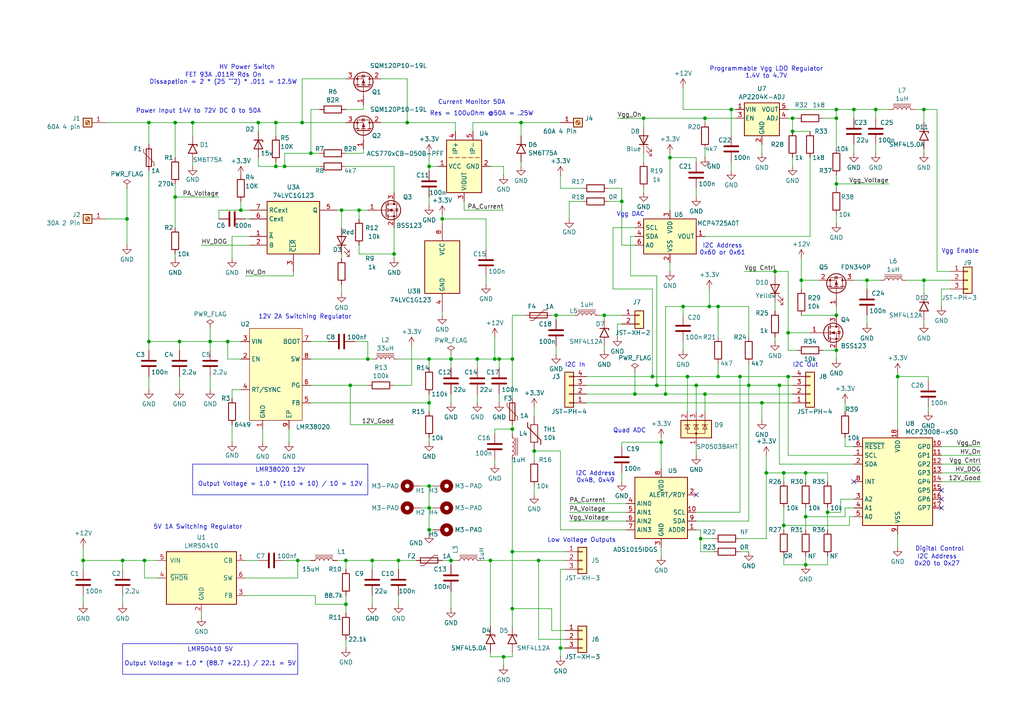
<source format=kicad_sch>
(kicad_sch (version 20231120) (generator "eeschema") (generator_version "8.0")
  (paper "A4")
  (junction (at 87.63 35.56))
  (junction (at 198.12 88.9))
  (junction (at 242.57 31.75))
  (junction (at 204.47 34.29))
  (junction (at 142.24 162.56))
  (junction (at 189.23 109.22))
  (junction (at 232.41 81.28))
  (junction (at 191.77 128.27))
  (junction (at 43.18 99.06))
  (junction (at 148.59 160.02))
  (junction (at 104.14 60.96))
  (junction (at 227.33 152.4))
  (junction (at 201.93 111.76))
  (junction (at 55.88 35.56))
  (junction (at 242.57 91.44))
  (junction (at 193.04 114.3))
  (junction (at 203.2 156.21))
  (junction (at 50.8 57.15))
  (junction (at 190.5 111.76))
  (junction (at 100.33 162.56))
  (junction (at 233.68 137.16))
  (junction (at 208.28 88.9))
  (junction (at 228.6 96.52))
  (junction (at 144.78 104.14))
  (junction (at 175.26 91.44))
  (junction (at 69.85 60.96))
  (junction (at 220.98 116.84))
  (junction (at 226.06 111.76))
  (junction (at 208.28 109.22))
  (junction (at 148.59 176.53))
  (junction (at 124.46 48.26))
  (junction (at 24.13 162.56))
  (junction (at 260.35 109.22))
  (junction (at 242.57 53.34))
  (junction (at 156.21 162.56))
  (junction (at 217.17 111.76))
  (junction (at 82.55 48.26))
  (junction (at 180.34 58.42))
  (junction (at 106.68 104.14))
  (junction (at 43.18 35.56))
  (junction (at 148.59 124.46))
  (junction (at 99.06 60.96))
  (junction (at 66.04 99.06))
  (junction (at 205.74 88.9))
  (junction (at 114.3 73.66))
  (junction (at 186.69 34.29))
  (junction (at 228.6 109.22))
  (junction (at 41.91 162.56))
  (junction (at 124.46 116.84))
  (junction (at 240.03 148.59))
  (junction (at 267.97 31.75))
  (junction (at 154.94 130.81))
  (junction (at 124.46 140.97))
  (junction (at 124.46 104.14))
  (junction (at 148.59 104.14))
  (junction (at 242.57 101.6))
  (junction (at 36.83 63.5))
  (junction (at 128.27 63.5))
  (junction (at 229.87 38.1))
  (junction (at 60.96 99.06))
  (junction (at 247.65 31.75))
  (junction (at 162.56 187.96))
  (junction (at 222.25 137.16))
  (junction (at 204.47 114.3))
  (junction (at 138.43 104.14))
  (junction (at 242.57 34.29))
  (junction (at 214.63 109.22))
  (junction (at 52.07 99.06))
  (junction (at 251.46 81.28))
  (junction (at 161.29 91.44))
  (junction (at 199.39 109.22))
  (junction (at 90.17 44.45))
  (junction (at 233.68 149.86))
  (junction (at 267.97 81.28))
  (junction (at 80.01 35.56))
  (junction (at 80.01 48.26))
  (junction (at 227.33 137.16))
  (junction (at 50.8 35.56))
  (junction (at 254 31.75))
  (junction (at 74.93 35.56))
  (junction (at 118.11 35.56))
  (junction (at 229.87 34.29))
  (junction (at 124.46 147.32))
  (junction (at 233.68 163.83))
  (junction (at 146.05 190.5))
  (junction (at 212.09 31.75))
  (junction (at 115.57 162.56))
  (junction (at 124.46 153.67))
  (junction (at 130.81 104.14))
  (junction (at 184.15 114.3))
  (junction (at 35.56 162.56))
  (junction (at 130.81 162.56))
  (junction (at 224.79 78.74))
  (junction (at 101.6 111.76))
  (junction (at 194.31 45.72))
  (junction (at 143.51 104.14))
  (junction (at 151.13 35.56))
  (junction (at 86.36 162.56))
  (junction (at 107.95 162.56))
  (junction (at 100.33 175.26))
  (no_connect (at 201.93 143.51))
  (no_connect (at 273.05 147.32))
  (no_connect (at 273.05 144.78))
  (no_connect (at 273.05 142.24))
  (no_connect (at 247.65 139.7))
  (wire (pts (xy 50.8 35.56) (xy 55.88 35.56)))
  (wire (pts (xy 43.18 49.53) (xy 43.18 99.06)))
  (wire (pts (xy 80.01 35.56) (xy 80.01 39.37)))
  (wire (pts (xy 36.83 63.5) (xy 36.83 71.12)))
  (wire (pts (xy 156.21 162.56) (xy 163.83 162.56)))
  (wire (pts (xy 224.79 78.74) (xy 215.9 78.74)))
  (wire (pts (xy 194.31 45.72) (xy 194.31 60.96)))
  (wire (pts (xy 114.3 48.26) (xy 100.33 48.26)))
  (wire (pts (xy 199.39 109.22) (xy 208.28 109.22)))
  (wire (pts (xy 228.6 78.74) (xy 224.79 78.74)))
  (wire (pts (xy 151.13 35.56) (xy 151.13 39.37)))
  (wire (pts (xy 180.34 71.12) (xy 180.34 58.42)))
  (wire (pts (xy 233.68 161.29) (xy 233.68 163.83)))
  (wire (pts (xy 186.69 34.29) (xy 186.69 36.83)))
  (wire (pts (xy 214.63 148.59) (xy 214.63 109.22)))
  (wire (pts (xy 66.04 104.14) (xy 69.85 104.14)))
  (wire (pts (xy 50.8 35.56) (xy 50.8 45.72)))
  (wire (pts (xy 128.27 62.23) (xy 128.27 63.5)))
  (wire (pts (xy 180.34 58.42) (xy 180.34 54.61)))
  (wire (pts (xy 100.33 44.45) (xy 105.41 44.45)))
  (wire (pts (xy 66.04 99.06) (xy 69.85 99.06)))
  (wire (pts (xy 193.04 88.9) (xy 198.12 88.9)))
  (wire (pts (xy 251.46 81.28) (xy 251.46 83.82)))
  (wire (pts (xy 245.11 149.86) (xy 245.11 147.32)))
  (wire (pts (xy 142.24 48.26) (xy 146.05 48.26)))
  (wire (pts (xy 137.16 35.56) (xy 151.13 35.56)))
  (wire (pts (xy 124.46 57.15) (xy 124.46 59.69)))
  (wire (pts (xy 175.26 91.44) (xy 175.26 92.71)))
  (wire (pts (xy 138.43 114.3) (xy 138.43 116.84)))
  (wire (pts (xy 92.71 31.75) (xy 90.17 31.75)))
  (wire (pts (xy 55.88 46.99) (xy 55.88 48.26)))
  (wire (pts (xy 60.96 101.6) (xy 60.96 99.06)))
  (wire (pts (xy 110.49 22.86) (xy 118.11 22.86)))
  (wire (pts (xy 254 31.75) (xy 254 34.29)))
  (wire (pts (xy 222.25 137.16) (xy 227.33 137.16)))
  (wire (pts (xy 144.78 104.14) (xy 144.78 106.68)))
  (wire (pts (xy 124.46 116.84) (xy 124.46 114.3)))
  (wire (pts (xy 162.56 50.8) (xy 162.56 54.61)))
  (wire (pts (xy 204.47 114.3) (xy 204.47 119.38)))
  (wire (pts (xy 154.94 118.11) (xy 154.94 120.65)))
  (wire (pts (xy 104.14 60.96) (xy 104.14 63.5)))
  (wire (pts (xy 124.46 48.26) (xy 124.46 49.53)))
  (wire (pts (xy 144.78 114.3) (xy 144.78 116.84)))
  (wire (pts (xy 205.74 83.82) (xy 205.74 88.9)))
  (wire (pts (xy 124.46 44.45) (xy 124.46 48.26)))
  (wire (pts (xy 204.47 34.29) (xy 204.47 35.56)))
  (wire (pts (xy 119.38 100.33) (xy 119.38 111.76)))
  (wire (pts (xy 114.3 55.88) (xy 114.3 48.26)))
  (wire (pts (xy 240.03 163.83) (xy 240.03 161.29)))
  (wire (pts (xy 71.12 162.56) (xy 74.93 162.56)))
  (wire (pts (xy 190.5 80.01) (xy 190.5 111.76)))
  (wire (pts (xy 160.02 91.44) (xy 161.29 91.44)))
  (wire (pts (xy 245.11 129.54) (xy 247.65 129.54)))
  (wire (pts (xy 67.31 113.03) (xy 67.31 115.57)))
  (wire (pts (xy 143.51 133.35) (xy 143.51 134.62)))
  (wire (pts (xy 228.6 78.74) (xy 228.6 96.52)))
  (wire (pts (xy 224.79 78.74) (xy 224.79 80.01)))
  (wire (pts (xy 204.47 43.18) (xy 204.47 45.72)))
  (wire (pts (xy 193.04 88.9) (xy 193.04 114.3)))
  (wire (pts (xy 130.81 116.84) (xy 130.81 114.3)))
  (wire (pts (xy 100.33 172.72) (xy 100.33 175.26)))
  (wire (pts (xy 170.18 109.22) (xy 189.23 109.22)))
  (wire (pts (xy 71.12 167.64) (xy 86.36 167.64)))
  (wire (pts (xy 240.03 137.16) (xy 240.03 139.7)))
  (wire (pts (xy 130.81 102.87) (xy 130.81 104.14)))
  (wire (pts (xy 247.65 149.86) (xy 246.38 149.86)))
  (wire (pts (xy 254 31.75) (xy 257.81 31.75)))
  (wire (pts (xy 245.11 147.32) (xy 247.65 147.32)))
  (wire (pts (xy 90.17 104.14) (xy 106.68 104.14)))
  (wire (pts (xy 148.59 160.02) (xy 148.59 176.53)))
  (wire (pts (xy 80.01 48.26) (xy 80.01 46.99)))
  (wire (pts (xy 146.05 190.5) (xy 148.59 190.5)))
  (wire (pts (xy 43.18 109.22) (xy 43.18 113.03)))
  (wire (pts (xy 237.49 81.28) (xy 232.41 81.28)))
  (wire (pts (xy 232.41 91.44) (xy 242.57 91.44)))
  (wire (pts (xy 175.26 100.33) (xy 175.26 101.6)))
  (wire (pts (xy 154.94 140.97) (xy 154.94 143.51)))
  (wire (pts (xy 228.6 132.08) (xy 247.65 132.08)))
  (wire (pts (xy 104.14 73.66) (xy 114.3 73.66)))
  (wire (pts (xy 35.56 172.72) (xy 35.56 175.26)))
  (wire (pts (xy 226.06 111.76) (xy 229.87 111.76)))
  (wire (pts (xy 130.81 106.68) (xy 130.81 104.14)))
  (wire (pts (xy 201.93 153.67) (xy 203.2 153.67)))
  (wire (pts (xy 151.13 35.56) (xy 162.56 35.56)))
  (wire (pts (xy 201.93 45.72) (xy 194.31 45.72)))
  (wire (pts (xy 198.12 25.4) (xy 198.12 31.75)))
  (wire (pts (xy 142.24 162.56) (xy 142.24 181.61)))
  (wire (pts (xy 71.12 80.01) (xy 85.09 80.01)))
  (wire (pts (xy 130.81 162.56) (xy 128.27 162.56)))
  (wire (pts (xy 140.97 63.5) (xy 140.97 72.39)))
  (wire (pts (xy 74.93 35.56) (xy 80.01 35.56)))
  (wire (pts (xy 214.63 156.21) (xy 222.25 156.21)))
  (wire (pts (xy 234.95 45.72) (xy 234.95 68.58)))
  (wire (pts (xy 260.35 109.22) (xy 260.35 124.46)))
  (wire (pts (xy 100.33 31.75) (xy 105.41 31.75)))
  (wire (pts (xy 43.18 99.06) (xy 52.07 99.06)))
  (wire (pts (xy 227.33 147.32) (xy 227.33 152.4)))
  (wire (pts (xy 69.85 58.42) (xy 69.85 60.96)))
  (wire (pts (xy 162.56 153.67) (xy 181.61 153.67)))
  (wire (pts (xy 99.06 73.66) (xy 99.06 74.93)))
  (wire (pts (xy 106.68 104.14) (xy 107.95 104.14)))
  (wire (pts (xy 233.68 149.86) (xy 233.68 153.67)))
  (wire (pts (xy 229.87 34.29) (xy 229.87 38.1)))
  (wire (pts (xy 162.56 187.96) (xy 162.56 190.5)))
  (wire (pts (xy 139.7 162.56) (xy 142.24 162.56)))
  (wire (pts (xy 24.13 158.75) (xy 24.13 162.56)))
  (wire (pts (xy 163.83 165.1) (xy 162.56 165.1)))
  (wire (pts (xy 138.43 104.14) (xy 138.43 106.68)))
  (wire (pts (xy 229.87 38.1) (xy 234.95 38.1)))
  (wire (pts (xy 154.94 130.81) (xy 154.94 133.35)))
  (wire (pts (xy 124.46 147.32) (xy 124.46 153.67)))
  (wire (pts (xy 242.57 34.29) (xy 242.57 31.75)))
  (wire (pts (xy 74.93 35.56) (xy 74.93 38.1)))
  (wire (pts (xy 179.07 93.98) (xy 179.07 97.79)))
  (wire (pts (xy 52.07 101.6) (xy 52.07 99.06)))
  (wire (pts (xy 156.21 162.56) (xy 156.21 185.42)))
  (wire (pts (xy 222.25 137.16) (xy 222.25 156.21)))
  (wire (pts (xy 180.34 137.16) (xy 180.34 139.7)))
  (wire (pts (xy 193.04 114.3) (xy 204.47 114.3)))
  (wire (pts (xy 67.31 123.19) (xy 67.31 128.27)))
  (wire (pts (xy 86.36 167.64) (xy 86.36 162.56)))
  (wire (pts (xy 228.6 31.75) (xy 242.57 31.75)))
  (wire (pts (xy 170.18 114.3) (xy 184.15 114.3)))
  (wire (pts (xy 228.6 96.52) (xy 228.6 101.6)))
  (wire (pts (xy 128.27 90.17) (xy 128.27 91.44)))
  (wire (pts (xy 220.98 41.91) (xy 220.98 44.45)))
  (wire (pts (xy 124.46 147.32) (xy 125.73 147.32)))
  (wire (pts (xy 100.33 185.42) (xy 100.33 187.96)))
  (wire (pts (xy 201.93 129.54) (xy 201.93 132.08)))
  (wire (pts (xy 222.25 132.08) (xy 222.25 137.16)))
  (wire (pts (xy 35.56 162.56) (xy 41.91 162.56)))
  (wire (pts (xy 148.59 91.44) (xy 152.4 91.44)))
  (wire (pts (xy 91.44 175.26) (xy 100.33 175.26)))
  (wire (pts (xy 55.88 35.56) (xy 74.93 35.56)))
  (wire (pts (xy 243.84 144.78) (xy 243.84 148.59)))
  (wire (pts (xy 238.76 34.29) (xy 242.57 34.29)))
  (wire (pts (xy 146.05 48.26) (xy 146.05 50.8)))
  (wire (pts (xy 163.83 185.42) (xy 156.21 185.42)))
  (wire (pts (xy 273.05 134.62) (xy 284.48 134.62)))
  (wire (pts (xy 60.96 99.06) (xy 66.04 99.06)))
  (wire (pts (xy 260.35 154.94) (xy 260.35 158.75)))
  (wire (pts (xy 273.05 139.7) (xy 284.48 139.7)))
  (wire (pts (xy 208.28 109.22) (xy 214.63 109.22)))
  (wire (pts (xy 245.11 127) (xy 245.11 129.54)))
  (wire (pts (xy 184.15 107.95) (xy 184.15 114.3)))
  (wire (pts (xy 99.06 82.55) (xy 99.06 85.09)))
  (wire (pts (xy 175.26 91.44) (xy 180.34 91.44)))
  (wire (pts (xy 101.6 123.19) (xy 101.6 111.76)))
  (wire (pts (xy 273.05 88.9) (xy 273.05 83.82)))
  (wire (pts (xy 203.2 156.21) (xy 207.01 156.21)))
  (wire (pts (xy 228.6 34.29) (xy 229.87 34.29)))
  (wire (pts (xy 60.96 109.22) (xy 60.96 113.03)))
  (wire (pts (xy 101.6 111.76) (xy 90.17 111.76)))
  (wire (pts (xy 234.95 68.58) (xy 204.47 68.58)))
  (wire (pts (xy 143.51 125.73) (xy 143.51 124.46)))
  (wire (pts (xy 143.51 104.14) (xy 144.78 104.14)))
  (wire (pts (xy 267.97 31.75) (xy 267.97 35.56)))
  (wire (pts (xy 205.74 88.9) (xy 208.28 88.9)))
  (wire (pts (xy 162.56 165.1) (xy 162.56 187.96)))
  (wire (pts (xy 146.05 190.5) (xy 146.05 193.04)))
  (wire (pts (xy 240.03 147.32) (xy 240.03 148.59)))
  (wire (pts (xy 227.33 137.16) (xy 227.33 139.7)))
  (wire (pts (xy 267.97 81.28) (xy 267.97 85.09)))
  (wire (pts (xy 120.65 162.56) (xy 115.57 162.56)))
  (wire (pts (xy 124.46 153.67) (xy 125.73 153.67)))
  (wire (pts (xy 110.49 35.56) (xy 118.11 35.56)))
  (wire (pts (xy 247.65 31.75) (xy 247.65 34.29)))
  (wire (pts (xy 142.24 162.56) (xy 156.21 162.56)))
  (wire (pts (xy 228.6 109.22) (xy 229.87 109.22)))
  (wire (pts (xy 161.29 100.33) (xy 161.29 102.87)))
  (wire (pts (xy 100.33 175.26) (xy 100.33 177.8)))
  (wire (pts (xy 115.57 162.56) (xy 115.57 165.1)))
  (wire (pts (xy 267.97 92.71) (xy 267.97 93.98)))
  (wire (pts (xy 194.31 76.2) (xy 194.31 78.74)))
  (wire (pts (xy 90.17 31.75) (xy 90.17 44.45)))
  (wire (pts (xy 160.02 176.53) (xy 148.59 176.53)))
  (wire (pts (xy 90.17 116.84) (xy 124.46 116.84)))
  (wire (pts (xy 35.56 162.56) (xy 35.56 165.1)))
  (wire (pts (xy 228.6 96.52) (xy 234.95 96.52)))
  (wire (pts (xy 107.95 162.56) (xy 115.57 162.56)))
  (wire (pts (xy 201.93 111.76) (xy 201.93 119.38)))
  (wire (pts (xy 82.55 48.26) (xy 82.55 44.45)))
  (wire (pts (xy 87.63 35.56) (xy 87.63 22.86)))
  (wire (pts (xy 247.65 81.28) (xy 251.46 81.28)))
  (wire (pts (xy 238.76 101.6) (xy 242.57 101.6)))
  (wire (pts (xy 69.85 60.96) (xy 72.39 60.96)))
  (wire (pts (xy 201.93 46.99) (xy 201.93 45.72)))
  (wire (pts (xy 143.51 97.79) (xy 143.51 104.14)))
  (wire (pts (xy 160.02 176.53) (xy 160.02 182.88)))
  (wire (pts (xy 121.92 140.97) (xy 124.46 140.97)))
  (wire (pts (xy 189.23 83.82) (xy 189.23 109.22)))
  (wire (pts (xy 142.24 190.5) (xy 146.05 190.5)))
  (wire (pts (xy 201.93 148.59) (xy 214.63 148.59)))
  (wire (pts (xy 228.6 132.08) (xy 228.6 109.22)))
  (wire (pts (xy 170.18 116.84) (xy 220.98 116.84)))
  (wire (pts (xy 189.23 109.22) (xy 199.39 109.22)))
  (wire (pts (xy 90.17 99.06) (xy 95.25 99.06)))
  (wire (pts (xy 165.1 58.42) (xy 168.91 58.42)))
  (wire (pts (xy 204.47 114.3) (xy 229.87 114.3)))
  (wire (pts (xy 35.56 162.56) (xy 24.13 162.56)))
  (wire (pts (xy 130.81 162.56) (xy 130.81 163.83)))
  (wire (pts (xy 251.46 81.28) (xy 255.27 81.28)))
  (wire (pts (xy 269.24 109.22) (xy 269.24 110.49)))
  (wire (pts (xy 229.87 45.72) (xy 229.87 48.26)))
  (wire (pts (xy 124.46 106.68) (xy 124.46 104.14)))
  (wire (pts (xy 165.1 146.05) (xy 181.61 146.05)))
  (wire (pts (xy 199.39 109.22) (xy 199.39 119.38)))
  (wire (pts (xy 143.51 124.46) (xy 148.59 124.46)))
  (wire (pts (xy 86.36 162.56) (xy 90.17 162.56)))
  (wire (pts (xy 115.57 104.14) (xy 124.46 104.14)))
  (wire (pts (xy 224.79 87.63) (xy 224.79 90.17)))
  (wire (pts (xy 254 41.91) (xy 254 44.45)))
  (wire (pts (xy 24.13 162.56) (xy 24.13 165.1)))
  (wire (pts (xy 168.91 54.61) (xy 162.56 54.61)))
  (wire (pts (xy 212.09 39.37) (xy 212.09 31.75)))
  (wire (pts (xy 242.57 31.75) (xy 247.65 31.75)))
  (wire (pts (xy 245.11 116.84) (xy 245.11 119.38)))
  (wire (pts (xy 232.41 81.28) (xy 232.41 83.82)))
  (wire (pts (xy 214.63 160.02) (xy 217.17 160.02)))
  (wire (pts (xy 128.27 63.5) (xy 140.97 63.5)))
  (wire (pts (xy 130.81 162.56) (xy 132.08 162.56)))
  (wire (pts (xy 58.42 71.12) (xy 72.39 71.12)))
  (wire (pts (xy 160.02 182.88) (xy 163.83 182.88)))
  (wire (pts (xy 242.57 53.34) (xy 257.81 53.34)))
  (wire (pts (xy 124.46 127) (xy 124.46 128.27)))
  (wire (pts (xy 87.63 35.56) (xy 100.33 35.56)))
  (wire (pts (xy 208.28 88.9) (xy 208.28 97.79)))
  (wire (pts (xy 271.78 78.74) (xy 271.78 31.75)))
  (wire (pts (xy 30.48 35.56) (xy 43.18 35.56)))
  (wire (pts (xy 97.79 60.96) (xy 99.06 60.96)))
  (wire (pts (xy 220.98 116.84) (xy 229.87 116.84)))
  (wire (pts (xy 100.33 162.56) (xy 100.33 165.1)))
  (wire (pts (xy 233.68 147.32) (xy 233.68 149.86)))
  (wire (pts (xy 83.82 124.46) (xy 83.82 128.27)))
  (wire (pts (xy 154.94 130.81) (xy 162.56 130.81)))
  (wire (pts (xy 90.17 44.45) (xy 92.71 44.45)))
  (wire (pts (xy 180.34 128.27) (xy 191.77 128.27)))
  (wire (pts (xy 198.12 88.9) (xy 205.74 88.9)))
  (wire (pts (xy 251.46 91.44) (xy 251.46 93.98)))
  (wire (pts (xy 148.59 160.02) (xy 163.83 160.02)))
  (wire (pts (xy 106.68 111.76) (xy 101.6 111.76)))
  (wire (pts (xy 217.17 111.76) (xy 226.06 111.76)))
  (wire (pts (xy 186.69 54.61) (xy 186.69 55.88)))
  (wire (pts (xy 191.77 158.75) (xy 191.77 161.29)))
  (wire (pts (xy 132.08 35.56) (xy 132.08 38.1)))
  (wire (pts (xy 121.92 147.32) (xy 124.46 147.32)))
  (wire (pts (xy 275.59 78.74) (xy 271.78 78.74)))
  (wire (pts (xy 180.34 129.54) (xy 180.34 128.27)))
  (wire (pts (xy 43.18 35.56) (xy 50.8 35.56)))
  (wire (pts (xy 273.05 129.54) (xy 284.48 129.54)))
  (wire (pts (xy 161.29 91.44) (xy 161.29 92.71)))
  (wire (pts (xy 182.88 68.58) (xy 182.88 80.01)))
  (wire (pts (xy 148.59 123.19) (xy 148.59 124.46)))
  (wire (pts (xy 229.87 34.29) (xy 231.14 34.29)))
  (wire (pts (xy 217.17 105.41) (xy 217.17 111.76)))
  (wire (pts (xy 247.65 31.75) (xy 254 31.75)))
  (wire (pts (xy 124.46 104.14) (xy 130.81 104.14)))
  (wire (pts (xy 194.31 44.45) (xy 194.31 45.72)))
  (wire (pts (xy 273.05 137.16) (xy 284.48 137.16)))
  (wire (pts (xy 186.69 34.29) (xy 204.47 34.29)))
  (wire (pts (xy 242.57 53.34) (xy 242.57 54.61)))
  (wire (pts (xy 134.62 60.96) (xy 134.62 58.42)))
  (wire (pts (xy 130.81 104.14) (xy 138.43 104.14)))
  (wire (pts (xy 186.69 44.45) (xy 186.69 46.99)))
  (wire (pts (xy 144.78 104.14) (xy 148.59 104.14)))
  (wire (pts (xy 182.88 80.01) (xy 190.5 80.01)))
  (wire (pts (xy 100.33 162.56) (xy 107.95 162.56)))
  (wire (pts (xy 106.68 99.06) (xy 106.68 104.14)))
  (wire (pts (xy 201.93 151.13) (xy 217.17 151.13)))
  (wire (pts (xy 177.8 83.82) (xy 189.23 83.82)))
  (wire (pts (xy 177.8 66.04) (xy 177.8 83.82)))
  (wire (pts (xy 24.13 172.72) (xy 24.13 175.26)))
  (wire (pts (xy 124.46 48.26) (xy 127 48.26)))
  (wire (pts (xy 45.72 167.64) (xy 41.91 167.64)))
  (wire (pts (xy 232.41 81.28) (xy 232.41 74.93)))
  (wire (pts (xy 198.12 88.9) (xy 198.12 91.44)))
  (wire (pts (xy 50.8 57.15) (xy 63.5 57.15)))
  (wire (pts (xy 212.09 46.99) (xy 212.09 49.53)))
  (wire (pts (xy 50.8 57.15) (xy 50.8 66.04)))
  (wire (pts (xy 247.65 134.62) (xy 226.06 134.62)))
  (wire (pts (xy 260.35 107.95) (xy 260.35 109.22)))
  (wire (pts (xy 233.68 163.83) (xy 240.03 163.83)))
  (wire (pts (xy 60.96 95.25) (xy 60.96 99.06)))
  (wire (pts (xy 105.41 44.45) (xy 105.41 43.18)))
  (wire (pts (xy 227.33 137.16) (xy 233.68 137.16)))
  (wire (pts (xy 80.01 35.56) (xy 87.63 35.56)))
  (wire (pts (xy 240.03 148.59) (xy 240.03 153.67)))
  (wire (pts (xy 148.59 189.23) (xy 148.59 190.5)))
  (wire (pts (xy 170.18 111.76) (xy 190.5 111.76)))
  (wire (pts (xy 242.57 50.8) (xy 242.57 53.34)))
  (wire (pts (xy 82.55 44.45) (xy 90.17 44.45)))
  (wire (pts (xy 102.87 99.06) (xy 106.68 99.06)))
  (wire (pts (xy 247.65 144.78) (xy 243.84 144.78)))
  (wire (pts (xy 217.17 151.13) (xy 217.17 111.76)))
  (wire (pts (xy 201.93 111.76) (xy 217.17 111.76)))
  (wire (pts (xy 181.61 148.59) (xy 165.1 148.59)))
  (wire (pts (xy 201.93 54.61) (xy 201.93 57.15)))
  (wire (pts (xy 226.06 134.62) (xy 226.06 111.76)))
  (wire (pts (xy 66.04 104.14) (xy 66.04 99.06)))
  (wire (pts (xy 207.01 160.02) (xy 203.2 160.02)))
  (wire (pts (xy 203.2 156.21) (xy 203.2 153.67)))
  (wire (pts (xy 273.05 132.08) (xy 284.48 132.08)))
  (wire (pts (xy 203.2 160.02) (xy 203.2 156.21)))
  (wire (pts (xy 227.33 161.29) (xy 227.33 163.83)))
  (wire (pts (xy 177.8 66.04) (xy 184.15 66.04)))
  (wire (pts (xy 124.46 153.67) (xy 124.46 154.94)))
  (wire (pts (xy 52.07 109.22) (xy 52.07 113.03)))
  (wire (pts (xy 55.88 35.56) (xy 55.88 39.37)))
  (wire (pts (xy 30.48 63.5) (xy 36.83 63.5)))
  (wire (pts (xy 67.31 68.58) (xy 67.31 74.93)))
  (wire (pts (xy 180.34 54.61) (xy 176.53 54.61)))
  (wire (pts (xy 191.77 128.27) (xy 191.77 135.89)))
  (wire (pts (xy 161.29 91.44) (xy 166.37 91.44)))
  (wire (pts (xy 105.41 31.75) (xy 105.41 30.48)))
  (wire (pts (xy 115.57 172.72) (xy 115.57 175.26)))
  (wire (pts (xy 242.57 62.23) (xy 242.57 64.77)))
  (wire (pts (xy 191.77 127) (xy 191.77 128.27)))
  (wire (pts (xy 114.3 73.66) (xy 114.3 74.93)))
  (wire (pts (xy 190.5 111.76) (xy 201.93 111.76)))
  (wire (pts (xy 208.28 88.9) (xy 217.17 88.9)))
  (wire (pts (xy 246.38 149.86) (xy 246.38 152.4)))
  (wire (pts (xy 212.09 31.75) (xy 213.36 31.75)))
  (wire (pts (xy 176.53 58.42) (xy 180.34 58.42)))
  (wire (pts (xy 74.93 48.26) (xy 74.93 45.72)))
  (wire (pts (xy 80.01 48.26) (xy 82.55 48.26)))
  (wire (pts (xy 151.13 46.99) (xy 151.13 48.26)))
  (wire (pts (xy 87.63 22.86) (xy 100.33 22.86)))
  (wire (pts (xy 104.14 60.96) (xy 106.68 60.96)))
  (wire (pts (xy 124.46 119.38) (xy 124.46 116.84)))
  (wire (pts (xy 242.57 34.29) (xy 242.57 43.18)))
  (wire (pts (xy 179.07 34.29) (xy 186.69 34.29)))
  (wire (pts (xy 130.81 171.45) (xy 130.81 176.53)))
  (wire (pts (xy 182.88 68.58) (xy 184.15 68.58)))
  (wire (pts (xy 228.6 101.6) (xy 231.14 101.6)))
  (wire (pts (xy 74.93 48.26) (xy 80.01 48.26)))
  (wire (pts (xy 143.51 104.14) (xy 138.43 104.14)))
  (wire (pts (xy 273.05 83.82) (xy 275.59 83.82)))
  (wire (pts (xy 36.83 54.61) (xy 36.83 63.5)))
  (wire (pts (xy 41.91 167.64) (xy 41.91 162.56)))
  (wire (pts (xy 63.5 60.96) (xy 63.5 63.5)))
  (wire (pts (xy 243.84 148.59) (xy 240.03 148.59)))
  (wire (pts (xy 148.59 115.57) (xy 148.59 104.14)))
  (wire (pts (xy 107.95 172.72) (xy 107.95 175.26)))
  (wire (pts (xy 233.68 137.16) (xy 233.68 139.7)))
  (wire (pts (xy 247.65 41.91) (xy 247.65 44.45)))
  (wire (pts (xy 50.8 73.66) (xy 50.8 74.93)))
  (wire (pts (xy 91.44 172.72) (xy 91.44 175.26)))
  (wire (pts (xy 97.79 162.56) (xy 100.33 162.56)))
  (wire (pts (xy 82.55 48.26) (xy 92.71 48.26)))
  (wire (pts (xy 99.06 60.96) (xy 99.06 66.04)))
  (wire (pts (xy 227.33 152.4) (xy 227.33 153.67)))
  (wire (pts (xy 227.33 163.83) (xy 233.68 163.83)))
  (wire (pts (xy 114.3 66.04) (xy 114.3 73.66)))
  (wire (pts (xy 45.72 162.56) (xy 41.91 162.56)))
  (wire (pts (xy 208.28 105.41) (xy 208.28 109.22)))
  (wire (pts (xy 180.34 71.12) (xy 184.15 71.12)))
  (wire (pts (xy 267.97 31.75) (xy 271.78 31.75)))
  (wire (pts (xy 246.38 152.4) (xy 227.33 152.4)))
  (wire (pts (xy 198.12 99.06) (xy 198.12 101.6)))
  (wire (pts (xy 118.11 22.86) (xy 118.11 35.56)))
  (wire (pts (xy 217.17 88.9) (xy 217.17 97.79)))
  (wire (pts (xy 43.18 101.6) (xy 43.18 99.06)))
  (wire (pts (xy 134.62 60.96) (xy 146.05 60.96)))
  (wire (pts (xy 165.1 63.5) (xy 165.1 58.42)))
  (wire (pts (xy 107.95 162.56) (xy 107.95 165.1)))
  (wire (pts (xy 63.5 60.96) (xy 69.85 60.96)))
  (wire (pts (xy 76.2 124.46) (xy 76.2 128.27)))
  (wire (pts (xy 71.12 172.72) (xy 91.44 172.72)))
  (wire (pts (xy 101.6 123.19) (xy 114.3 123.19)))
  (wire (pts (xy 148.59 104.14) (xy 148.59 91.44)))
  (wire (pts (xy 233.68 149.86) (xy 245.11 149.86)))
  (wire (pts (xy 69.85 113.03) (xy 67.31 113.03)))
  (wire (pts (xy 204.47 34.29) (xy 213.36 34.29)))
  (wire (pts (xy 162.56 130.81) (xy 162.56 153.67)))
  (wire (pts (xy 142.24 190.5) (xy 142.24 189.23)))
  (wire (pts (xy 72.39 68.58) (xy 67.31 68.58)))
  (wire (pts (xy 82.55 162.56) (xy 86.36 162.56)))
  (wire (pts (xy 104.14 71.12) (xy 104.14 73.66)))
  (wire (pts (xy 262.89 81.28) (xy 267.97 81.28)))
  (wire (pts (xy 85.09 80.01) (xy 85.09 78.74)))
  (wire (pts (xy 214.63 109.22) (xy 228.6 109.22)))
  (wire (pts (xy 265.43 31.75) (xy 267.97 31.75)))
  (wire (pts (xy 124.46 140.97) (xy 124.46 147.32)))
  (wire (pts (xy 224.79 97.79) (xy 224.79 99.06)))
  (wire (pts (xy 58.42 177.8) (xy 58.42 179.07)))
  (wire (pts (xy 137.16 38.1) (xy 137.16 35.56)))
  (wire (pts (xy 148.59 176.53) (xy 148.59 181.61)))
  (wire (pts (xy 128.27 63.5) (xy 128.27 64.77)))
  (wire (pts (xy 233.68 137.16) (xy 240.03 137.16)))
  (wire (pts (xy 99.06 60.96) (xy 104.14 60.96)))
  (wire (pts (xy 181.61 151.13) (xy 165.1 151.13)))
  (wire (pts (xy 180.34 93.98) (xy 179.07 93.98)))
  (wire (pts (xy 267.97 81.28) (xy 275.59 81.28)))
  (wire (pts (xy 148.59 124.46) (xy 148.59 125.73)))
  (wire (pts (xy 212.09 31.75) (xy 198.12 31.75)))
  (wire (pts (xy 60.96 99.06) (xy 52.07 99.06)))
  (wire (pts (xy 267.97 43.18) (xy 267.97 44.45)))
  (wire (pts (xy 124.46 140.97) (xy 125.73 140.97)))
  (wire (pts (xy 220.98 116.84) (xy 220.98 121.92)))
  (wire (pts (xy 118.11 35.56) (xy 132.08 35.56)))
  (wire (pts (xy 269.24 118.11) (xy 269.24 119.38)))
  (wire (pts (xy 114.3 111.76) (xy 119.38 111.76)))
  (wire (pts (xy 71.12 63.5) (xy 72.39 63.5)))
  (wire (pts (xy 242.57 88.9) (xy 242.57 91.44)))
  (wire (pts (xy 242.57 101.6) (xy 242.57 104.14)))
  (wire (pts (xy 162.56 187.96) (xy 163.83 187.96)))
  (wire (pts (xy 50.8 53.34) (xy 50.8 57.15)))
  (wire (pts (xy 140.97 80.01) (xy 140.97 82.55)))
  (wire (pts (xy 184.15 114.3) (xy 193.04 114.3)))
  (wire (pts (xy 43.18 35.56) (xy 43.18 41.91)))
  (wire (pts (xy 269.24 109.22) (xy 260.35 109.22)))
  (wire (pts (xy 148.59 133.35) (xy 148.59 160.02)))
  (wire (pts (xy 173.99 91.44) (xy 175.26 91.44)))
  (rectangle (start 35.56 186.69) (end 86.36 195.58))
  (rectangle (start 55.88 134.62) (end 106.68 143.51))
  (text "5V 1A Switching Regulator\n" (at 44.45 153.67 0) (effects (font (size 1.27 1.27)) (justify left bottom)))
  (text "Current Monitor 50A" (at 127 30.48 0) (effects (font (size 1.27 1.27)) (justify left bottom)))
  (text "Quad ADC" (at 177.8 125.73 0) (effects (font (size 1.27 1.27)) (justify left bottom)))
  (text "Digital Control" (at 265.43 160.02 0) (effects (font (size 1.27 1.27)) (justify left bottom)))
  (text "I2C Out" (at 229.87 106.68 0) (effects (font (size 1.27 1.27)) (justify left bottom)))
  (text "Res = 100uOhm @50A = .25W" (at 139.7 33.02 0) (effects (font (size 1.27 1.27))))
  (text "LMR38020 12V\n\nOutput Voltage = 1.0 * (110 + 10) / 10 = 12V" (at 81.28 138.43 0) (effects (font (size 1.27 1.27))))
  (text "Low Voltage Outputs" (at 158.75 157.48 0) (effects (font (size 1.27 1.27)) (justify left bottom)))
  (text "I2C In" (at 163.83 106.68 0) (effects (font (size 1.27 1.27)) (justify left bottom)))
  (text "HV Power Switch" (at 63.5 20.32 0) (effects (font (size 1.27 1.27)) (justify left bottom)))
  (text "LMR50410 5V\n\nOutput Voltage = 1.0 * (88.7 +22.1) / 22.1 = 5V" (at 60.96 190.5 0) (effects (font (size 1.27 1.27))))
  (text "I2C Address\n0x20 to 0x27" (at 271.78 162.56 0) (effects (font (size 1.27 1.27))))
  (text "Vgg Enable\n" (at 273.05 73.66 0) (effects (font (size 1.27 1.27)) (justify left bottom)))
  (text "FET 93A .011R Rds On\nDissapation = 2 * (25 ^^2) * .011 = 12.5W" (at 64.77 22.86 0) (effects (font (size 1.27 1.27))))
  (text "12V 2A Switching Regulator\n" (at 74.93 92.71 0) (effects (font (size 1.27 1.27)) (justify left bottom)))
  (text "Vgg DAC" (at 182.88 62.23 0) (effects (font (size 1.27 1.27))))
  (text "I2C Address\n0x60 or 0x61" (at 209.55 72.39 0) (effects (font (size 1.27 1.27))))
  (text "Power Input 14V to 72V DC 0 to 50A" (at 39.37 33.02 0) (effects (font (size 1.27 1.27)) (justify left bottom)))
  (text "I2C Address\n0x48, 0x49" (at 172.72 138.43 0) (effects (font (size 1.27 1.27))))
  (text "Programmable Vgg LDO Regulator\n1.4V to 4.7V" (at 222.25 22.86 0) (effects (font (size 1.27 1.27)) (justify bottom)))
  (label "HV_On" (at 71.12 80.01 0))
  (label "PA_Voltage" (at 165.1 148.59 0))
  (label "PA_Current" (at 146.05 60.96 180))
  (label "PA_Current" (at 165.1 146.05 0))
  (label "12V_Good" (at 114.3 123.19 180))
  (label "Vgg_On" (at 284.48 129.54 180))
  (label "Vgg Cntrl" (at 215.9 78.74 0))
  (label "Vgg_Voltage" (at 257.81 53.34 180))
  (label "Vgg_Voltage" (at 165.1 151.13 0))
  (label "HV_On" (at 284.48 132.08 180))
  (label "Vgg Cntrl" (at 284.48 134.62 180))
  (label "PA_Voltage" (at 63.5 57.15 180))
  (label "HV_DOG" (at 58.42 71.12 0))
  (label "12V_Good" (at 284.48 139.7 180))
  (label "Vgg_On" (at 179.07 34.29 0))
  (label "HV_DOG" (at 284.48 137.16 180))
  (symbol (lib_id "Device:R") (at 234.95 34.29 90) (unit 1)
    (property "Reference" "R32" (at 232.41 30.48 90))
    (property "Value" "1k8" (at 237.49 30.48 90))
    (property "Footprint" "Resistor_SMD:R_0603_1608Metric" (effects (hide yes)))
    (property "Description" "Resistor" (effects (hide yes)))
  )
  (symbol (lib_id "Device:C") (at 269.24 114.3 0) (unit 1)
    (property "Reference" "C26" (at 264.16 111.76 0) (effects (justify left)))
    (property "Value" "100n" (at 269.875 116.84 0) (effects (justify left)))
    (property "Footprint" "Capacitor_SMD:C_0603_1608Metric" (effects (hide yes)))
    (property "Description" "Unpolarized capacitor" (effects (hide yes)))
  )
  (symbol (lib_id "Device:Polyfuse") (at 148.59 119.38 0) (unit 1)
    (property "Reference" "F3" (at 146.05 115.57 0) (effects (justify left)))
    (property "Value" "1A" (at 150.749 120.5921 0) (effects (justify left)))
    (property "Footprint" "Fuse:Fuse_1812_4532Metric" (effects (hide yes)))
    (property "Description" "Resettable fuse, polymeric positive temperature coefficient" (effects (hide yes)))
  )
  (symbol (lib_id "Analog_ADC:ADS1015IDGS") (at 191.77 148.59 0) (unit 1)
    (property "Reference" "U5" (at 193.675 136.525 0) (effects (justify left)))
    (property "Value" "ADS1015IDGS" (at 177.8 159.385 0) (effects (justify left)))
    (property "Footprint" "Package_SO:TSSOP-10_3x3mm_P0.5mm" (effects (hide yes)))
    (property "Datasheet" "http://www.ti.com/lit/ds/symlink/ads1015.pdf" (effects (hide yes)))
    (property "Description" "Ultra-Small, Low-Power, I2C-Compatible, 3.3-kSPS, 12-Bit ADCs With Internal Reference, Oscillator, and Programmable Comparator, VSSOP-10" (effects (hide yes)))
  )
  (symbol (lib_id "Device:R") (at 245.11 123.19 0) (unit 1)
    (property "Reference" "R39" (at 245.11 118.745 0) (effects (justify left)))
    (property "Value" "10k" (at 245.745 127 0) (effects (justify left)))
    (property "Footprint" "Resistor_SMD:R_0603_1608Metric" (effects (hide yes)))
    (property "Description" "Resistor" (effects (hide yes)))
  )
  (symbol (lib_id "Device:R") (at 172.72 54.61 90) (unit 1)
    (property "Reference" "R17" (at 167.64 52.705 90))
    (property "Value" "NF" (at 177.8 52.705 90))
    (property "Footprint" "Resistor_SMD:R_0603_1608Metric" (effects (hide yes)))
    (property "Description" "Resistor" (effects (hide yes)))
  )
  (symbol (lib_id "Device:R") (at 232.41 87.63 0) (unit 1)
    (property "Reference" "R29" (at 234.188 86.4178 0) (effects (justify left)))
    (property "Value" "10k" (at 234.188 88.8421 0) (effects (justify left)))
    (property "Footprint" "Resistor_SMD:R_0603_1608Metric" (effects (hide yes)))
    (property "Description" "Resistor" (effects (hide yes)))
  )
  (symbol (lib_id "Device:C") (at 24.13 168.91 0) (unit 1)
    (property "Reference" "C1" (at 20.32 166.37 0) (effects (justify left)))
    (property "Value" "100n" (at 24.765 171.45 0) (effects (justify left)))
    (property "Footprint" "Capacitor_SMD:C_0603_1608Metric" (effects (hide yes)))
    (property "Description" "Unpolarized capacitor" (effects (hide yes)))
  )
  (symbol (lib_id "power:GND") (at 179.07 97.79 0) (unit 1)
    (property "Reference" "#PWR045" (effects (hide yes)))
    (property "Value" "GND" (at 179.07 101.9231 0))
    (property "Description" "Power symbol creates a global label with name \"GND\" , ground" (effects (hide yes)))
  )
  (symbol (lib_id "power:+12V") (at 24.13 158.75 0) (unit 1)
    (property "Reference" "#PWR01" (effects (hide yes)))
    (property "Value" "+12V" (at 24.13 154.6169 0))
    (property "Description" "Power symbol creates a global label with name \"+12V\"" (effects (hide yes)))
  )
  (symbol (lib_id "Device:Polyfuse") (at 124.46 162.56 90) (unit 1)
    (property "Reference" "F2" (at 119.38 161.29 90))
    (property "Value" "1A" (at 129.54 161.29 90))
    (property "Footprint" "Fuse:Fuse_1812_4532Metric" (effects (hide yes)))
    (property "Description" "Resettable fuse, polymeric positive temperature coefficient" (effects (hide yes)))
  )
  (symbol (lib_id "power:GND") (at 191.77 161.29 0) (unit 1)
    (property "Reference" "#PWR049" (effects (hide yes)))
    (property "Value" "GND" (at 191.77 165.4231 0))
    (property "Description" "Power symbol creates a global label with name \"GND\" , ground" (effects (hide yes)))
  )
  (symbol (lib_id "Device:C") (at 254 38.1 0) (unit 1)
    (property "Reference" "C25" (at 255.27 35.56 0) (effects (justify left)))
    (property "Value" "100n" (at 254.635 40.64 0) (effects (justify left)))
    (property "Footprint" "Capacitor_SMD:C_0603_1608Metric" (effects (hide yes)))
    (property "Description" "Unpolarized capacitor" (effects (hide yes)))
  )
  (symbol (lib_id "power:+3.3V") (at 69.85 50.8 0) (unit 1)
    (property "Reference" "#PWR013" (effects (hide yes)))
    (property "Value" "+3.3V" (at 69.85 46.6669 0))
    (property "Description" "Power symbol creates a global label with name \"+3.3V\"" (effects (hide yes)))
  )
  (symbol (lib_id "Device:R") (at 240.03 157.48 0) (unit 1)
    (property "Reference" "R36" (at 237.49 153.67 0))
    (property "Value" "NF" (at 241.935 161.29 0))
    (property "Footprint" "Resistor_SMD:R_0603_1608Metric" (effects (hide yes)))
    (property "Description" "Resistor" (effects (hide yes)))
  )
  (symbol (lib_id "Device:L_Iron") (at 111.76 104.14 90) (unit 1)
    (property "Reference" "L2" (at 111.76 98.5987 90))
    (property "Value" "33uH" (at 111.76 101.0229 90))
    (property "Footprint" "Inductor_SMD:L_Coilcraft_MSS1210-XXX" (effects (hide yes)))
    (property "Description" "Inductor with iron core" (effects (hide yes)))
  )
  (symbol (lib_id "Device:R") (at 50.8 49.53 0) (unit 1)
    (property "Reference" "R1" (at 47.625 45.72 0) (effects (justify left)))
    (property "Value" "270k" (at 45.72 53.34 0) (effects (justify left)))
    (property "Footprint" "Resistor_SMD:R_0603_1608Metric" (effects (hide yes)))
    (property "Description" "Resistor" (effects (hide yes)))
  )
  (symbol (lib_id "Device:L_Iron") (at 93.98 162.56 90) (unit 1)
    (property "Reference" "L1" (at 99.06 160.02 90))
    (property "Value" "15uH" (at 90.17 165.1 90))
    (property "Footprint" "Inductor_SMD:L_Wuerth_MAPI-4030" (effects (hide yes)))
    (property "Description" "Inductor with iron core" (effects (hide yes)))
  )
  (symbol (lib_id "power:GND") (at 273.05 88.9 0) (unit 1)
    (property "Reference" "#PWR078" (effects (hide yes)))
    (property "Value" "GND" (at 273.05 93.0331 0))
    (property "Description" "Power symbol creates a global label with name \"GND\" , ground" (effects (hide yes)))
  )
  (symbol (lib_id "Mechanical:MountingHole_Pad") (at 119.38 147.32 90) (unit 1)
    (property "Reference" "H2" (at 121.92 148.59 90))
    (property "Value" "M3-PAD" (at 111.76 147.32 90))
    (property "Footprint" "MountingHole:MountingHole_3.2mm_M3_DIN965_Pad" (effects (hide yes)))
    (property "Description" "Mounting Hole with connection" (effects (hide yes)))
  )
  (symbol (lib_id "Mechanical:MountingHole_Pad") (at 128.27 147.32 270) (unit 1)
    (property "Reference" "H4" (at 125.73 148.59 90))
    (property "Value" "M3-PAD" (at 135.89 147.32 90))
    (property "Footprint" "MountingHole:MountingHole_3.2mm_M3_DIN965_Pad" (effects (hide yes)))
    (property "Description" "Mounting Hole with connection" (effects (hide yes)))
  )
  (symbol (lib_id "Device:C") (at 43.18 105.41 0) (unit 1)
    (property "Reference" "C3" (at 39.37 102.87 0) (effects (justify left)))
    (property "Value" "100n" (at 43.815 107.95 0) (effects (justify left)))
    (property "Footprint" "Capacitor_SMD:C_0805_2012Metric" (effects (hide yes)))
    (property "Description" "100V" (effects (hide yes)))
  )
  (symbol (lib_id "Device:R") (at 80.01 43.18 0) (unit 1)
    (property "Reference" "R5" (at 81.28 40.005 0) (effects (justify left)))
    (property "Value" "10K" (at 81.28 42.545 0) (effects (justify left)))
    (property "Footprint" "Resistor_SMD:R_0603_1608Metric" (effects (hide yes)))
    (property "Description" "Resistor" (effects (hide yes)))
  )
  (symbol (lib_id "power:GND") (at 130.81 116.84 0) (unit 1)
    (property "Reference" "#PWR028" (effects (hide yes)))
    (property "Value" "GND" (at 130.81 120.9731 0))
    (property "Description" "Power symbol creates a global label with name \"GND\" , ground" (effects (hide yes)))
  )
  (symbol (lib_id "Device:R") (at 234.95 41.91 0) (unit 1)
    (property "Reference" "R33" (at 236.22 38.1 0) (effects (justify left)))
    (property "Value" "1k8" (at 235.585 45.72 0) (effects (justify left)))
    (property "Footprint" "Resistor_SMD:R_0603_1608Metric" (effects (hide yes)))
    (property "Description" "Resistor" (effects (hide yes)))
  )
  (symbol (lib_id "Connector_Generic:Conn_01x02") (at 185.42 91.44 0) (unit 1)
    (property "Reference" "J7" (at 183.515 87.63 0) (effects (justify left)))
    (property "Value" "JST-XH-2" (at 178.435 96.52 0) (effects (justify left)))
    (property "Footprint" "Connector_JST:JST_XH_S2B-XH-A_1x02_P2.50mm_Horizontal" (effects (hide yes)))
    (property "Description" "Generic connector, single row, 01x02, script generated (kicad-library-utils/schlib/autogen/connector/)" (effects (hide yes)))
  )
  (symbol (lib_id "power:GND") (at 186.69 55.88 0) (unit 1)
    (property "Reference" "#PWR047" (effects (hide yes)))
    (property "Value" "GND" (at 186.69 60.0131 0))
    (property "Description" "Power symbol creates a global label with name \"GND\" , ground" (effects (hide yes)))
  )
  (symbol (lib_id "power:PWR_FLAG") (at 60.96 95.25 0) (unit 1)
    (property "Reference" "#FLG02" (effects (hide yes)))
    (property "Value" "PWR_FLAG" (at 60.96 91.1169 0))
    (property "Description" "Special symbol for telling ERC where power comes from" (effects (hide yes)))
  )
  (symbol (lib_id "Device:LED") (at 99.06 69.85 90) (unit 1)
    (property "Reference" "D3" (at 96.52 72.39 90) (effects (justify right)))
    (property "Value" "Red" (at 99.06 67.31 90) (effects (justify right)))
    (property "Footprint" "LED_SMD:LED_0603_1608Metric" (effects (hide yes)))
    (property "Description" "Light emitting diode red" (effects (hide yes)))
  )
  (symbol (lib_id "Device:R") (at 96.52 44.45 90) (unit 1)
    (property "Reference" "R7" (at 92.71 43.18 90))
    (property "Value" "82R" (at 101.6 43.18 90))
    (property "Footprint" "Resistor_SMD:R_0603_1608Metric" (effects (hide yes)))
    (property "Description" "Resistor" (effects (hide yes)))
  )
  (symbol (lib_id "Device:R") (at 242.57 58.42 0) (unit 1)
    (property "Reference" "R38" (at 243.84 57.15 0) (effects (justify left)))
    (property "Value" "10k" (at 243.205 62.23 0) (effects (justify left)))
    (property "Footprint" "Resistor_SMD:R_0603_1608Metric" (effects (hide yes)))
    (property "Description" "Resistor" (effects (hide yes)))
  )
  (symbol (lib_id "Device:C") (at 130.81 167.64 0) (unit 1)
    (property "Reference" "C13" (at 125.73 165.1 0) (effects (justify left)))
    (property "Value" "100n" (at 125.73 170.18 0) (effects (justify left)))
    (property "Footprint" "Capacitor_SMD:C_0603_1608Metric" (effects (hide yes)))
    (property "Description" "Unpolarized capacitor" (effects (hide yes)))
  )
  (symbol (lib_id "Device:C") (at 161.29 96.52 0) (unit 1)
    (property "Reference" "C18" (at 156.21 93.98 0) (effects (justify left)))
    (property "Value" "100n" (at 156.21 99.06 0) (effects (justify left)))
    (property "Footprint" "Capacitor_SMD:C_0603_1608Metric" (effects (hide yes)))
    (property "Description" "Unpolarized capacitor" (effects (hide yes)))
  )
  (symbol (lib_id "power:GND") (at 154.94 143.51 0) (unit 1)
    (property "Reference" "#PWR039" (effects (hide yes)))
    (property "Value" "GND" (at 154.94 147.6431 0))
    (property "Description" "Power symbol creates a global label with name \"GND\" , ground" (effects (hide yes)))
  )
  (symbol (lib_id "Transistor_FET:BSS123") (at 240.03 96.52 0) (unit 1)
    (property "Reference" "Q4" (at 243.84 92.71 0) (effects (justify left)))
    (property "Value" "BSS123" (at 243.84 100.33 0) (effects (justify left)))
    (property "Footprint" "Package_TO_SOT_SMD:SOT-23" (effects (hide yes)))
    (property "Datasheet" "http://www.diodes.com/assets/Datasheets/ds30366.pdf" (effects (hide yes)))
    (property "Description" "0.17A Id, 100V Vds, N-Channel MOSFET, SOT-23" (effects (hide yes)))
  )
  (symbol (lib_id "power:GND") (at 242.57 104.14 0) (unit 1)
    (property "Reference" "#PWR068" (effects (hide yes)))
    (property "Value" "GND" (at 242.57 108.2731 0))
    (property "Description" "Power symbol creates a global label with name \"GND\" , ground" (effects (hide yes)))
  )
  (symbol (lib_id "power:+12V") (at 198.12 25.4 0) (unit 1)
    (property "Reference" "#PWR052" (effects (hide yes)))
    (property "Value" "+12V" (at 198.12 21.2669 0))
    (property "Description" "Power symbol creates a global label with name \"+12V\"" (effects (hide yes)))
  )
  (symbol (lib_id "power:GND") (at 247.65 44.45 0) (unit 1)
    (property "Reference" "#PWR070" (effects (hide yes)))
    (property "Value" "GND" (at 247.65 48.5831 0))
    (property "Description" "Power symbol creates a global label with name \"GND\" , ground" (effects (hide yes)))
  )
  (symbol (lib_id "Device:Polyfuse") (at 43.18 45.72 0) (unit 1)
    (property "Reference" "F1" (at 38.735 43.18 0) (effects (justify left)))
    (property "Value" "1A" (at 43.815 49.53 0) (effects (justify left)))
    (property "Footprint" "Fuse:Fuse_Schurter_UMZ250" (effects (hide yes)))
    (property "Description" "Resettable fuse, polymeric positive temperature coefficient" (effects (hide yes)))
  )
  (symbol (lib_id "power:+3.3V") (at 194.31 44.45 0) (unit 1)
    (property "Reference" "#PWR050" (effects (hide yes)))
    (property "Value" "+3.3V" (at 194.31 40.3169 0))
    (property "Description" "Power symbol creates a global label with name \"+3.3V\"" (effects (hide yes)))
  )
  (symbol (lib_id "power:GND") (at 58.42 179.07 0) (unit 1)
    (property "Reference" "#PWR09" (effects (hide yes)))
    (property "Value" "GND" (at 58.42 183.2031 0))
    (property "Description" "Power symbol creates a global label with name \"GND\" , ground" (effects (hide yes)))
  )
  (symbol (lib_id "Device:Thermistor") (at 154.94 125.73 0) (unit 1)
    (property "Reference" "TH1" (at 157.607 124.5179 0) (effects (justify left)))
    (property "Value" "10k" (at 157.607 126.9421 0) (effects (justify left)))
    (property "Footprint" "Resistor_SMD:R_0603_1608Metric" (effects (hide yes)))
    (property "Description" "Temperature dependent resistor" (effects (hide yes)))
  )
  (symbol (lib_id "power:GND") (at 67.31 74.93 0) (unit 1)
    (property "Reference" "#PWR011" (effects (hide yes)))
    (property "Value" "GND" (at 67.31 79.0631 0))
    (property "Description" "Power symbol creates a global label with name \"GND\" , ground" (effects (hide yes)))
  )
  (symbol (lib_id "Mechanical:MountingHole_Pad") (at 128.27 140.97 270) (unit 1)
    (property "Reference" "H3" (at 125.73 142.24 90))
    (property "Value" "M3-PAD" (at 135.89 140.97 90))
    (property "Footprint" "MountingHole:MountingHole_3.2mm_M3_DIN965_Pad" (effects (hide yes)))
    (property "Description" "Mounting Hole with connection" (effects (hide yes)))
  )
  (symbol (lib_id "Diode:SM6T100A") (at 267.97 88.9 270) (unit 1)
    (property "Reference" "D12" (at 265.43 86.36 90) (effects (justify left)))
    (property "Value" "SMF4L12A" (at 257.81 91.44 90) (effects (justify left)))
    (property "Footprint" "Diode_SMD:D_SOD-123F" (effects (hide yes)))
    (property "Datasheet" "https://www.st.com/resource/en/datasheet/sm6t.pdf" (effects (hide yes)))
    (property "Description" "400W unidirectional Transil Transient Voltage Suppressor, 12Vrwm, SOD-123FL" (effects (hide yes)))
  )
  (symbol (lib_id "power:GND") (at 24.13 175.26 0) (unit 1)
    (property "Reference" "#PWR02" (effects (hide yes)))
    (property "Value" "GND" (at 24.13 179.3931 0))
    (property "Description" "Power symbol creates a global label with name \"GND\" , ground" (effects (hide yes)))
  )
  (symbol (lib_id "Device:L_Iron") (at 261.62 31.75 90) (unit 1)
    (property "Reference" "L7" (at 261.62 26.2087 90))
    (property "Value" "1uH" (at 261.62 28.6329 90))
    (property "Footprint" "Inductor_SMD:L_0805_2012Metric" (effects (hide yes)))
    (property "Description" "Inductor with iron core" (effects (hide yes)))
  )
  (symbol (lib_id "Diode:SM6T100A") (at 148.59 185.42 270) (unit 1)
    (property "Reference" "D5" (at 144.78 182.88 90) (effects (justify left)))
    (property "Value" "SMF4L12A" (at 149.86 187.96 90) (effects (justify left)))
    (property "Footprint" "Diode_SMD:D_SOD-123F" (effects (hide yes)))
    (property "Datasheet" "https://www.st.com/resource/en/datasheet/sm6t.pdf" (effects (hide yes)))
    (property "Description" "400W unidirectional Transil Transient Voltage Suppressor, 12Vrwm, SOD-123FL" (effects (hide yes)))
  )
  (symbol (lib_id "Device:C") (at 78.74 162.56 90) (unit 1)
    (property "Reference" "C7" (at 75.565 161.29 90))
    (property "Value" "100nf" (at 83.185 161.29 90))
    (property "Footprint" "Capacitor_SMD:C_0603_1608Metric" (effects (hide yes)))
    (property "Description" "Unpolarized capacitor" (effects (hide yes)))
  )
  (symbol (lib_id "Device:L_Iron") (at 259.08 81.28 90) (unit 1)
    (property "Reference" "L6" (at 259.08 75.7387 90))
    (property "Value" "1uH" (at 259.08 78.1629 90))
    (property "Footprint" "Inductor_SMD:L_0805_2012Metric" (effects (hide yes)))
    (property "Description" "Inductor with iron core" (effects (hide yes)))
  )
  (symbol (lib_id "Device:C") (at 35.56 168.91 0) (unit 1)
    (property "Reference" "C2" (at 32.385 166.37 0) (effects (justify left)))
    (property "Value" "2.2u" (at 36.195 171.45 0) (effects (justify left)))
    (property "Footprint" "Capacitor_SMD:C_0603_1608Metric" (effects (hide yes)))
    (property "Description" "Unpolarized capacitor" (effects (hide yes)))
  )
  (symbol (lib_id "Connector:Screw_Terminal_01x01") (at 167.64 35.56 0) (unit 1)
    (property "Reference" "J4" (at 169.672 34.3478 0) (effects (justify left)))
    (property "Value" "60A 4 Pin" (at 157.48 38.1 0) (effects (justify left)))
    (property "Footprint" "PA_Control:Fat_Power 4" (effects (hide yes)))
    (property "Description" "Generic screw terminal, single row, 01x01, script generated (kicad-library-utils/schlib/autogen/connector/)" (effects (hide yes)))
  )
  (symbol (lib_id "74xGxx:74LVC1G123") (at 85.09 66.04 0) (unit 1)
    (property "Reference" "U3" (at 85.09 54.2755 0))
    (property "Value" "74LVC1G123" (at 85.09 56.6998 0))
    (property "Footprint" "Package_SO:TSSOP-8_3x3mm_P0.65mm" (effects (hide yes)))
    (property "Datasheet" "http://www.ti.com/lit/ds/symlink/sn74lvc1g123.pdf" (effects (hide yes)))
    (property "Description" "Single Retriggerable Monostable Multivibrator, Low-Voltage CMOS" (effects (hide yes)))
  )
  (symbol (lib_id "power:GND") (at 229.87 48.26 0) (unit 1)
    (property "Reference" "#PWR064" (effects (hide yes)))
    (property "Value" "GND" (at 229.87 52.3931 0))
    (property "Description" "Power symbol creates a global label with name \"GND\" , ground" (effects (hide yes)))
  )
  (symbol (lib_id "Device:R") (at 124.46 110.49 0) (unit 1)
    (property "Reference" "R14" (at 120.65 106.68 0) (effects (justify left)))
    (property "Value" "110k" (at 125.095 114.3 0) (effects (justify left)))
    (property "Footprint" "Resistor_SMD:R_0603_1608Metric" (effects (hide yes)))
    (property "Description" "Resistor" (effects (hide yes)))
  )
  (symbol (lib_id "power:GND") (at 212.09 49.53 0) (unit 1)
    (property "Reference" "#PWR058" (effects (hide yes)))
    (property "Value" "GND" (at 212.09 53.6631 0))
    (property "Description" "Power symbol creates a global label with name \"GND\" , ground" (effects (hide yes)))
  )
  (symbol (lib_id "Device:C") (at 60.96 105.41 0) (unit 1)
    (property "Reference" "C5" (at 58.42 102.87 0) (effects (justify left)))
    (property "Value" "2.2u" (at 61.595 107.95 0) (effects (justify left)))
    (property "Footprint" "Capacitor_SMD:C_1210_3225Metric" (effects (hide yes)))
    (property "Description" "100v" (effects (hide yes)))
  )
  (symbol (lib_id "Device:R") (at 69.85 54.61 0) (unit 1)
    (property "Reference" "R4" (at 71.12 51.435 0) (effects (justify left)))
    (property "Value" "10K" (at 71.12 53.975 0) (effects (justify left)))
    (property "Footprint" "Resistor_SMD:R_0603_1608Metric" (effects (hide yes)))
    (property "Description" "Resistor" (effects (hide yes)))
  )
  (symbol (lib_id "power:GND") (at 128.27 91.44 0) (unit 1)
    (property "Reference" "#PWR027" (effects (hide yes)))
    (property "Value" "GND" (at 128.27 95.5731 0))
    (property "Description" "Power symbol creates a global label with name \"GND\" , ground" (effects (hide yes)))
  )
  (symbol (lib_id "Device:C") (at 99.06 99.06 90) (unit 1)
    (property "Reference" "C8" (at 95.885 97.79 90))
    (property "Value" "100nf" (at 103.505 97.79 90))
    (property "Footprint" "Capacitor_SMD:C_0603_1608Metric" (effects (hide yes)))
    (property "Description" "Unpolarized capacitor" (effects (hide yes)))
  )
  (symbol (lib_id "Sensor_Current:ACS770xCB-050B-PFF") (at 134.62 48.26 90) (mirror x) (unit 1)
    (property "Reference" "U4" (at 140.335 38.735 90))
    (property "Value" "ACS770xCB-050B-PFF" (at 117.5392 44.5393 90))
    (property "Footprint" "PA_Control:Allegro_CB_PFF" (effects (hide yes)))
    (property "Datasheet" "http://www.allegromicro.com/~/media/Files/Datasheets/ACS758-Datasheet.ashx?la=en" (effects (hide yes)))
    (property "Description" "±50A Bidirectional Hall-Effect Current Sensor, +5.0V supply, 40mV/A, CB-5 PFF" (effects (hide yes)))
  )
  (symbol (lib_id "Analog_DAC:MCP4725xxx-xCH") (at 194.31 68.58 0) (unit 1)
    (property "Reference" "U6" (at 196.85 62.23 0))
    (property "Value" "MCP4725A0T" (at 208.28 64.77 0))
    (property "Footprint" "Package_TO_SOT_SMD:SOT-23-6" (effects (hide yes)))
    (property "Datasheet" "http://ww1.microchip.com/downloads/en/DeviceDoc/22039d.pdf" (effects (hide yes)))
    (property "Description" "12-bit Digital-to-Analog Converter, integrated EEPROM, I2C interface, SOT-23-6" (effects (hide yes)))
  )
  (symbol (lib_id "power:GND") (at 198.12 101.6 0) (unit 1)
    (property "Reference" "#PWR053" (effects (hide yes)))
    (property "Value" "GND" (at 198.12 105.7331 0))
    (property "Description" "Power symbol creates a global label with name \"GND\" , ground" (effects (hide yes)))
  )
  (symbol (lib_id "Connector:Screw_Terminal_01x01") (at 25.4 35.56 0) (mirror y) (unit 1)
    (property "Reference" "J1" (at 23.368 34.3478 0) (effects (justify left)))
    (property "Value" "60A 4 pin" (at 23.368 36.7721 0) (effects (justify left)))
    (property "Footprint" "PA_Control:Fat_Power 4" (effects (hide yes)))
    (property "Description" "Generic screw terminal, single row, 01x01, script generated (kicad-library-utils/schlib/autogen/connector/)" (effects (hide yes)))
  )
  (symbol (lib_id "Transistor_FET:FDN340P") (at 242.57 83.82 270) (mirror x) (unit 1)
    (property "Reference" "Q5" (at 237.49 77.47 90) (effects (justify left)))
    (property "Value" "FDN340P" (at 243.84 77.47 90) (effects (justify left)))
    (property "Footprint" "Package_TO_SOT_SMD:SOT-23" (effects (hide yes)))
    (property "Datasheet" "https://www.onsemi.com/pub/Collateral/FDN340P-D.PDF" (effects (hide yes)))
    (property "Description" "-2A Id, -20V Vds, P-Channel MOSFET, 70mOhm Ron, SOT-23" (effects (hide yes)))
  )
  (symbol (lib_id "Device:C") (at 251.46 87.63 0) (unit 1)
    (property "Reference" "C24" (at 252.73 85.09 0) (effects (justify left)))
    (property "Value" "100n" (at 252.095 90.17 0) (effects (justify left)))
    (property "Footprint" "Capacitor_SMD:C_0603_1608Metric" (effects (hide yes)))
    (property "Description" "Unpolarized capacitor" (effects (hide yes)))
  )
  (symbol (lib_id "power:GND") (at 43.18 113.03 0) (unit 1)
    (property "Reference" "#PWR05" (effects (hide yes)))
    (property "Value" "GND" (at 43.18 117.1631 0))
    (property "Description" "Power symbol creates a global label with name \"GND\" , ground" (effects (hide yes)))
  )
  (symbol (lib_id "power:+12V") (at 232.41 74.93 0) (unit 1)
    (property "Reference" "#PWR065" (effects (hide yes)))
    (property "Value" "+12V" (at 232.41 70.7969 0))
    (property "Description" "Power symbol creates a global label with name \"+12V\"" (effects (hide yes)))
  )
  (symbol (lib_id "power:GND") (at 194.31 78.74 0) (unit 1)
    (property "Reference" "#PWR051" (effects (hide yes)))
    (property "Value" "GND" (at 194.31 82.8731 0))
    (property "Description" "Power symbol creates a global label with name \"GND\" , ground" (effects (hide yes)))
  )
  (symbol (lib_id "power:+12V") (at 143.51 97.79 0) (unit 1)
    (property "Reference" "#PWR032" (effects (hide yes)))
    (property "Value" "+12V" (at 143.51 93.6569 0))
    (property "Description" "Power symbol creates a global label with name \"+12V\"" (effects (hide yes)))
  )
  (symbol (lib_id "Diode:SM6T100A") (at 142.24 185.42 270) (unit 1)
    (property "Reference" "D4" (at 139.7 182.88 90) (effects (justify left)))
    (property "Value" "SMF4L5.0A" (at 130.81 187.96 90) (effects (justify left)))
    (property "Footprint" "Diode_SMD:D_SOD-123F" (effects (hide yes)))
    (property "Datasheet" "https://www.st.com/resource/en/datasheet/sm6t.pdf" (effects (hide yes)))
    (property "Description" "400W unidirectional Transil Transient Voltage Suppressor, 5Vrwm, SOD123-FL" (effects (hide yes)))
  )
  (symbol (lib_id "Device:R") (at 233.68 157.48 0) (unit 1)
    (property "Reference" "R31" (at 231.14 153.67 0))
    (property "Value" "NF" (at 235.585 161.29 0))
    (property "Footprint" "Resistor_SMD:R_0603_1608Metric" (effects (hide yes)))
    (property "Description" "Resistor" (effects (hide yes)))
  )
  (symbol (lib_id "power:GND") (at 114.3 74.93 0) (unit 1)
    (property "Reference" "#PWR019" (effects (hide yes)))
    (property "Value" "GND" (at 114.3 79.0631 0))
    (property "Description" "Power symbol creates a global label with name \"GND\" , ground" (effects (hide yes)))
  )
  (symbol (lib_id "Connector_Generic:Conn_01x03") (at 168.91 162.56 0) (unit 1)
    (property "Reference" "J5" (at 171.45 162.56 0) (effects (justify left)))
    (property "Value" "JST-XH-3" (at 163.83 167.64 0) (effects (justify left)))
    (property "Footprint" "Connector_JST:JST_XH_S3B-XH-A_1x03_P2.50mm_Horizontal" (effects (hide yes)))
    (property "Description" "Generic connector, single row, 01x03, script generated (kicad-library-utils/schlib/autogen/connector/)" (effects (hide yes)))
  )
  (symbol (lib_id "Device:C") (at 130.81 110.49 0) (unit 1)
    (property "Reference" "C12" (at 127 107.95 0) (effects (justify left)))
    (property "Value" "22u" (at 131.445 113.03 0) (effects (justify left)))
    (property "Footprint" "Capacitor_SMD:C_1210_3225Metric" (effects (hide yes)))
    (property "Description" "Unpolarized capacitor" (effects (hide yes)))
  )
  (symbol (lib_id "power:GND") (at 67.31 128.27 0) (unit 1)
    (property "Reference" "#PWR012" (effects (hide yes)))
    (property "Value" "GND" (at 67.31 132.08 0))
    (property "Description" "Power symbol creates a global label with name \"GND\" , ground" (effects (hide yes)))
  )
  (symbol (lib_id "Device:R") (at 210.82 160.02 90) (unit 1)
    (property "Reference" "R23" (at 205.74 158.75 90))
    (property "Value" "0R" (at 215.9 158.75 90))
    (property "Footprint" "Resistor_SMD:R_0603_1608Metric" (effects (hide yes)))
    (property "Description" "Resistor" (effects (hide yes)))
  )
  (symbol (lib_id "Device:C") (at 140.97 76.2 0) (unit 1)
    (property "Reference" "C15" (at 137.16 73.66 0) (effects (justify left)))
    (property "Value" "100n" (at 141.605 78.74 0) (effects (justify left)))
    (property "Footprint" "Capacitor_SMD:C_0603_1608Metric" (effects (hide yes)))
    (property "Description" "100V" (effects (hide yes)))
  )
  (symbol (lib_id "power:+3.3V") (at 205.74 83.82 0) (unit 1)
    (property "Reference" "#PWR057" (effects (hide yes)))
    (property "Value" "+3.3V" (at 205.74 79.6869 0))
    (property "Description" "Power symbol creates a global label with name \"+3.3V\"" (effects (hide yes)))
  )
  (symbol (lib_id "power:GND") (at 124.46 154.94 0) (unit 1)
    (property "Reference" "#PWR025" (effects (hide yes)))
    (property "Value" "GND" (at 120.65 157.48 0))
    (property "Description" "Power symbol creates a global label with name \"GND\" , ground" (effects (hide yes)))
  )
  (symbol (lib_id "Connector_Generic:Conn_01x03") (at 168.91 185.42 0) (unit 1)
    (property "Reference" "J6" (at 171.45 185.42 0) (effects (justify left)))
    (property "Value" "JST-XH-3" (at 163.83 190.5 0) (effects (justify left)))
    (property "Footprint" "Connector_JST:JST_XH_S3B-XH-A_1x03_P2.50mm_Horizontal" (effects (hide yes)))
    (property "Description" "Generic connector, single row, 01x03, script generated (kicad-library-utils/schlib/autogen/connector/)" (effects (hide yes)))
  )
  (symbol (lib_id "power:PWR_FLAG") (at 184.15 107.95 0) (unit 1)
    (property "Reference" "#FLG04" (effects (hide yes)))
    (property "Value" "PWR_FLAG" (at 184.15 103.8169 0))
    (property "Description" "Special symbol for telling ERC where power comes from" (effects (hide yes)))
  )
  (symbol (lib_id "power:GND") (at 267.97 93.98 0) (unit 1)
    (property "Reference" "#PWR076" (effects (hide yes)))
    (property "Value" "GND" (at 267.97 98.1131 0))
    (property "Description" "Power symbol creates a global label with name \"GND\" , ground" (effects (hide yes)))
  )
  (symbol (lib_id "Device:R") (at 234.95 101.6 90) (unit 1)
    (property "Reference" "R34" (at 234.95 99.06 90))
    (property "Value" "10k" (at 234.95 104.14 90))
    (property "Footprint" "Resistor_SMD:R_0603_1608Metric" (effects (hide yes)))
    (property "Description" "Resistor" (effects (hide yes)))
  )
  (symbol (lib_id "Connector_Generic:Conn_01x03") (at 280.67 81.28 0) (unit 1)
    (property "Reference" "J9" (at 279.4 76.2 0) (effects (justify left)))
    (property "Value" "JST-PH-3" (at 273.05 86.36 0) (effects (justify left)))
    (property "Footprint" "Connector_JST:JST_PH_S3B-PH-SM4-TB_1x03-1MP_P2.00mm_Horizontal" (effects (hide yes)))
    (property "Description" "Generic connector, single row, 01x03, script generated (kicad-library-utils/schlib/autogen/connector/)" (effects (hide yes)))
  )
  (symbol (lib_id "power:GND") (at 224.79 99.06 0) (unit 1)
    (property "Reference" "#PWR063" (effects (hide yes)))
    (property "Value" "GND" (at 224.79 103.1931 0))
    (property "Description" "Power symbol creates a global label with name \"GND\" , ground" (effects (hide yes)))
  )
  (symbol (lib_id "power:PWR_FLAG") (at 130.81 102.87 0) (unit 1)
    (property "Reference" "#FLG03" (effects (hide yes)))
    (property "Value" "PWR_FLAG" (at 130.81 98.7369 0))
    (property "Description" "Special symbol for telling ERC where power comes from" (effects (hide yes)))
  )
  (symbol (lib_id "Device:R") (at 210.82 156.21 90) (unit 1)
    (property "Reference" "R22" (at 205.74 154.305 90))
    (property "Value" "NF" (at 215.9 154.305 90))
    (property "Footprint" "Resistor_SMD:R_0603_1608Metric" (effects (hide yes)))
    (property "Description" "Resistor" (effects (hide yes)))
  )
  (symbol (lib_id "power:+3.3V") (at 260.35 107.95 0) (unit 1)
    (property "Reference" "#PWR073" (effects (hide yes)))
    (property "Value" "+3.3V" (at 260.35 103.8169 0))
    (property "Description" "Power symbol creates a global label with name \"+3.3V\"" (effects (hide yes)))
  )
  (symbol (lib_id "power:+3.3V") (at 154.94 118.11 0) (unit 1)
    (property "Reference" "#PWR038" (effects (hide yes)))
    (property "Value" "+3.3V" (at 154.94 113.9769 0))
    (property "Description" "Power symbol creates a global label with name \"+3.3V\"" (effects (hide yes)))
  )
  (symbol (lib_id "Device:R") (at 172.72 58.42 90) (unit 1)
    (property "Reference" "R18" (at 167.64 57.15 90))
    (property "Value" "0R" (at 177.8 57.15 90))
    (property "Footprint" "Resistor_SMD:R_0603_1608Metric" (effects (hide yes)))
    (property "Description" "Resistor" (effects (hide yes)))
  )
  (symbol (lib_id "Device:C") (at 107.95 168.91 0) (unit 1)
    (property "Reference" "C9" (at 102.87 166.37 0) (effects (justify left)))
    (property "Value" "22u" (at 108.585 171.45 0) (effects (justify left)))
    (property "Footprint" "Capacitor_SMD:C_1210_3225Metric" (effects (hide yes)))
    (property "Description" "Unpolarized capacitor" (effects (hide yes)))
  )
  (symbol (lib_id "power:PWR_FLAG") (at 36.83 54.61 0) (unit 1)
    (property "Reference" "#FLG01" (effects (hide yes)))
    (property "Value" "PWR_FLAG" (at 36.83 50.4769 0))
    (property "Description" "Special symbol for telling ERC where power comes from" (effects (hide yes)))
  )
  (symbol (lib_id "Device:Q_PMOS_GDS") (at 105.41 38.1 270) (mirror x) (unit 1)
    (property "Reference" "Q2" (at 109.22 39.37 90))
    (property "Value" "SQM120P10-19L" (at 115.57 31.75 90))
    (property "Footprint" "PA_Control:TO263_Heatsink_301" (effects (hide yes)))
    (property "Description" "P-MOSFET transistor, gate/drain/source" (effects (hide yes)))
  )
  (symbol (lib_id "power:GND") (at 55.88 48.26 0) (unit 1)
    (property "Reference" "#PWR08" (effects (hide yes)))
    (property "Value" "GND" (at 55.88 52.07 0))
    (property "Description" "Power symbol creates a global label with name \"GND\" , ground" (effects (hide yes)))
  )
  (symbol (lib_id "Device:D_Zener") (at 74.93 41.91 270) (unit 1)
    (property "Reference" "D2" (at 71.12 37.465 90) (effects (justify left)))
    (property "Value" "15v" (at 75.565 44.45 90) (effects (justify left)))
    (property "Footprint" "Diode_SMD:Nexperia_CFP3_SOD-123W" (effects (hide yes)))
    (property "Description" "Zener diode" (effects (hide yes)))
  )
  (symbol (lib_id "power:GND") (at 124.46 59.69 0) (unit 1)
    (property "Reference" "#PWR023" (effects (hide yes)))
    (property "Value" "GND" (at 124.46 63.8231 0))
    (property "Description" "Power symbol creates a global label with name \"GND\" , ground" (effects (hide yes)))
  )
  (symbol (lib_id "power:GND") (at 201.93 132.08 0) (unit 1)
    (property "Reference" "#PWR055" (effects (hide yes)))
    (property "Value" "GND" (at 201.93 136.2131 0))
    (property "Description" "Power symbol creates a global label with name \"GND\" , ground" (effects (hide yes)))
  )
  (symbol (lib_id "PA_Control:LMR38020") (at 80.01 109.22 0) (unit 1)
    (property "Reference" "U2" (at 71.12 93.98 0))
    (property "Value" "LMR38020" (at 90.805 123.825 0))
    (property "Footprint" "PA_Control:lmr38012" (effects (hide yes)))
  )
  (symbol (lib_id "power:GND") (at 201.93 57.15 0) (unit 1)
    (property "Reference" "#PWR054" (effects (hide yes)))
    (property "Value" "GND" (at 201.93 61.2831 0))
    (property "Description" "Power symbol creates a global label with name \"GND\" , ground" (effects (hide yes)))
  )
  (symbol (lib_id "Device:LED") (at 224.79 83.82 90) (unit 1)
    (property "Reference" "D10" (at 219.075 81.915 90) (effects (justify right)))
    (property "Value" "Yellow" (at 219.075 85.725 90) (effects (justify right)))
    (property "Footprint" "LED_SMD:LED_0603_1608Metric" (effects (hide yes)))
    (property "Description" "Light emitting diode yellow" (effects (hide yes)))
  )
  (symbol (lib_id "Mechanical:MountingHole_Pad") (at 119.38 140.97 90) (unit 1)
    (property "Reference" "H1" (at 121.92 142.24 90))
    (property "Value" "M3-PAD" (at 111.76 140.97 90))
    (property "Footprint" "MountingHole:MountingHole_3.2mm_M3_DIN965_Pad" (effects (hide yes)))
    (property "Description" "Mounting Hole with connection" (effects (hide yes)))
  )
  (symbol (lib_id "power:GND") (at 35.56 175.26 0) (unit 1)
    (property "Reference" "#PWR03" (effects (hide yes)))
    (property "Value" "GND" (at 35.56 179.3931 0))
    (property "Description" "Power symbol creates a global label with name \"GND\" , ground" (effects (hide yes)))
  )
  (symbol (lib_id "Device:R") (at 240.03 143.51 0) (unit 1)
    (property "Reference" "R35" (at 237.49 139.7 0))
    (property "Value" "10k" (at 242.57 147.32 0))
    (property "Footprint" "Resistor_SMD:R_0603_1608Metric" (effects (hide yes)))
    (property "Description" "Resistor" (effects (hide yes)))
  )
  (symbol (lib_id "power:GND") (at 254 44.45 0) (unit 1)
    (property "Reference" "#PWR072" (effects (hide yes)))
    (property "Value" "GND" (at 254 48.5831 0))
    (property "Description" "Power symbol creates a global label with name \"GND\" , ground" (effects (hide yes)))
  )
  (symbol (lib_id "power:GND") (at 242.57 64.77 0) (unit 1)
    (property "Reference" "#PWR067" (effects (hide yes)))
    (property "Value" "GND" (at 242.57 68.9031 0))
    (property "Description" "Power symbol creates a global label with name \"GND\" , ground" (effects (hide yes)))
  )
  (symbol (lib_id "Device:L_Iron") (at 135.89 162.56 90) (unit 1)
    (property "Reference" "L3" (at 132.08 159.385 0))
    (property "Value" "1uH" (at 139.7 160.655 0))
    (property "Footprint" "Inductor_SMD:L_0805_2012Metric" (effects (hide yes)))
    (property "Description" "Inductor with iron core" (effects (hide yes)))
  )
  (symbol (lib_id "power:+3.3V") (at 119.38 100.33 0) (unit 1)
    (property "Reference" "#PWR021" (effects (hide yes)))
    (property "Value" "+3.3V" (at 119.38 96.1969 0))
    (property "Description" "Power symbol creates a global label with name \"+3.3V\"" (effects (hide yes)))
  )
  (symbol (lib_id "Power_Protection:SP0503BAHT") (at 201.93 124.46 0) (unit 1)
    (property "Reference" "D9" (at 207.137 123.2479 0) (effects (justify left)))
    (property "Value" "SP0503BAHT" (at 201.93 129.54 0) (effects (justify left)))
    (property "Footprint" "Package_TO_SOT_SMD:SOT-143" (effects (hide yes)))
    (property "Datasheet" "http://www.littelfuse.com/~/media/files/littelfuse/technical%20resources/documents/data%20sheets/sp05xxba.pdf" (effects (hide yes)))
    (property "Description" "TVS Diode Array, 5.5V Standoff, 3 Channels, SOT-143 package" (effects (hide yes)))
  )
  (symbol (lib_id "Device:R") (at 204.47 39.37 0) (unit 1)
    (property "Reference" "R20" (at 199.39 36.83 0) (effects (justify left)))
    (property "Value" "4k7" (at 204.47 43.18 0) (effects (justify left)))
    (property "Footprint" "Resistor_SMD:R_0603_1608Metric" (effects (hide yes)))
    (property "Description" "Resistor" (effects (hide yes)))
  )
  (symbol (lib_id "power:GND") (at 130.81 176.53 0) (unit 1)
    (property "Reference" "#PWR029" (effects (hide yes)))
    (property "Value" "GND" (at 130.81 180.6631 0))
    (property "Description" "Power symbol creates a global label with name \"GND\" , ground" (effects (hide yes)))
  )
  (symbol (lib_id "Device:C") (at 144.78 110.49 0) (unit 1)
    (property "Reference" "C17" (at 140.97 107.95 0) (effects (justify left)))
    (property "Value" "100n" (at 145.415 113.03 0) (effects (justify left)))
    (property "Footprint" "Capacitor_SMD:C_0603_1608Metric" (effects (hide yes)))
    (property "Description" "Unpolarized capacitor" (effects (hide yes)))
  )
  (symbol (lib_id "power:GND") (at 52.07 113.03 0) (unit 1)
    (property "Reference" "#PWR07" (effects (hide yes)))
    (property "Value" "GND" (at 52.07 117.1631 0))
    (property "Description" "Power symbol creates a global label with name \"GND\" , ground" (effects (hide yes)))
  )
  (symbol (lib_id "power:GND") (at 36.83 71.12 0) (unit 1)
    (property "Reference" "#PWR04" (effects (hide yes)))
    (property "Value" "GND" (at 36.83 75.2531 0))
    (property "Description" "Power symbol creates a global label with name \"GND\" , ground" (effects (hide yes)))
  )
  (symbol (lib_id "Device:R") (at 124.46 123.19 0) (unit 1)
    (property "Reference" "R15" (at 119.38 119.38 0) (effects (justify left)))
    (property "Value" "10k" (at 125.095 127 0) (effects (justify left)))
    (property "Footprint" "Resistor_SMD:R_0603_1608Metric" (effects (hide yes)))
    (property "Description" "Resistor" (effects (hide yes)))
  )
  (symbol (lib_id "Device:L_Iron") (at 148.59 129.54 0) (unit 1)
    (property "Reference" "L4" (at 151.765 125.73 0))
    (property "Value" "1uH" (at 150.495 133.35 0))
    (property "Footprint" "Inductor_SMD:L_0805_2012Metric" (effects (hide yes)))
    (property "Description" "Inductor with iron core" (effects (hide yes)))
  )
  (symbol (lib_id "Diode:SM6T100A") (at 175.26 96.52 270) (unit 1)
    (property "Reference" "D7" (at 172.72 93.98 90) (effects (justify left)))
    (property "Value" "SMF4L12A" (at 165.1 99.06 90) (effects (justify left)))
    (property "Footprint" "Diode_SMD:D_SOD-123F" (effects (hide yes)))
    (property "Datasheet" "https://www.st.com/resource/en/datasheet/sm6t.pdf" (effects (hide yes)))
    (property "Description" "400W unidirectional Transil Transient Voltage Suppressor, 12Vrwm, DO-214AA" (effects (hide yes)))
  )
  (symbol (lib_id "Device:R") (at 96.52 31.75 90) (unit 1)
    (property "Reference" "R6" (at 96.52 26.5895 90))
    (property "Value" "82R" (at 96.52 29.0138 90))
    (property "Footprint" "Resistor_SMD:R_0603_1608Metric" (effects (hide yes)))
    (property "Description" "Resistor" (effects (hide yes)))
  )
  (symbol (lib_id "74xGxx:74LVC1G123") (at 128.27 77.47 0) (unit 2)
    (property "Reference" "U3" (at 118.11 84.455 0) (effects (justify left)))
    (property "Value" "74LVC1G123" (at 113.03 86.995 0) (effects (justify left)))
    (property "Footprint" "Package_SO:TSSOP-8_3x3mm_P0.65mm" (effects (hide yes)))
    (property "Datasheet" "http://www.ti.com/lit/ds/symlink/sn74lvc1g123.pdf" (effects (hide yes)))
    (property "Description" "Single Retriggerable Monostable Multivibrator, Low-Voltage CMOS" (effects (hide yes)))
  )
  (symbol (lib_id "power:GND") (at 161.29 102.87 0) (unit 1)
    (property "Reference" "#PWR040" (effects (hide yes)))
    (property "Value" "GND" (at 161.29 107.0031 0))
    (property "Description" "Power symbol creates a global label with name \"GND\" , ground" (effects (hide yes)))
  )
  (symbol (lib_id "Diode:SM6T100A") (at 267.97 39.37 270) (unit 1)
    (property "Reference" "D11" (at 265.43 36.83 90) (effects (justify left)))
    (property "Value" "SMF4L5.0A" (at 257.81 41.91 90) (effects (justify left)))
    (property "Footprint" "Diode_SMD:D_SOD-123F" (effects (hide yes)))
    (property "Datasheet" "https://www.st.com/resource/en/datasheet/sm6t.pdf" (effects (hide yes)))
    (property "Description" "400W unidirectional Transil Transient Voltage Suppressor, 5Vrwm, SOD123-FL" (effects (hide yes)))
  )
  (symbol (lib_id "power:GND") (at 83.82 128.27 0) (unit 1)
    (property "Reference" "#PWR015" (effects (hide yes)))
    (property "Value" "GND" (at 83.82 132.4031 0))
    (property "Description" "Power symbol creates a global label with name \"GND\" , ground" (effects (hide yes)))
  )
  (symbol (lib_id "Device:C") (at 52.07 105.41 0) (unit 1)
    (property "Reference" "C4" (at 47.625 102.87 0) (effects (justify left)))
    (property "Value" "2.2u" (at 52.705 107.95 0) (effects (justify left)))
    (property "Footprint" "Capacitor_SMD:C_1210_3225Metric" (effects (hide yes)))
    (property "Description" "100V" (effects (hide yes)))
  )
  (symbol (lib_id "power:GND") (at 220.98 44.45 0) (unit 1)
    (property "Reference" "#PWR060" (effects (hide yes)))
    (property "Value" "GND" (at 220.98 48.5831 0))
    (property "Description" "Power symbol creates a global label with name \"GND\" , ground" (effects (hide yes)))
  )
  (symbol (lib_id "power:GND") (at 220.98 121.92 0) (unit 1)
    (property "Reference" "#PWR061" (effects (hide yes)))
    (property "Value" "GND" (at 220.98 126.0531 0))
    (property "Description" "Power symbol creates a global label with name \"GND\" , ground" (effects (hide yes)))
  )
  (symbol (lib_id "power:GND") (at 269.24 119.38 0) (unit 1)
    (property "Reference" "#PWR077" (effects (hide yes)))
    (property "Value" "GND" (at 269.24 123.5131 0))
    (property "Description" "Power symbol creates a global label with name \"GND\" , ground" (effects (hide yes)))
  )
  (symbol (lib_id "power:GND") (at 143.51 134.62 0) (unit 1)
    (property "Reference" "#PWR033" (effects (hide yes)))
    (property "Value" "GND" (at 143.51 138.7531 0))
    (property "Description" "Power symbol creates a global label with name \"GND\" , ground" (effects (hide yes)))
  )
  (symbol (lib_id "power:GND") (at 204.47 45.72 0) (unit 1)
    (property "Reference" "#PWR056" (effects (hide yes)))
    (property "Value" "GND" (at 207.01 48.26 0))
    (property "Description" "Power symbol creates a global label with name \"GND\" , ground" (effects (hide yes)))
  )
  (symbol (lib_id "Device:R") (at 227.33 157.48 0) (unit 1)
    (property "Reference" "R27" (at 224.79 153.67 0))
    (property "Value" "0R" (at 228.6 161.29 0))
    (property "Footprint" "Resistor_SMD:R_0603_1608Metric" (effects (hide yes)))
    (property "Description" "Resistor" (effects (hide yes)))
  )
  (symbol (lib_id "power:+3.3V") (at 124.46 44.45 0) (unit 1)
    (property "Reference" "#PWR022" (effects (hide yes)))
    (property "Value" "+3.3V" (at 124.46 40.3169 0))
    (property "Description" "Power symbol creates a global label with name \"+3.3V\"" (effects (hide yes)))
  )
  (symbol (lib_id "power:GND") (at 99.06 85.09 0) (unit 1)
    (property "Reference" "#PWR016" (effects (hide yes)))
    (property "Value" "GND" (at 99.06 89.2231 0))
    (property "Description" "Power symbol creates a global label with name \"GND\" , ground" (effects (hide yes)))
  )
  (symbol (lib_id "Device:R") (at 100.33 168.91 0) (unit 1)
    (property "Reference" "R10" (at 95.25 165.1 0) (effects (justify left)))
    (property "Value" "88.7k" (at 93.98 172.72 0) (effects (justify left)))
    (property "Footprint" "Resistor_SMD:R_0603_1608Metric" (effects (hide yes)))
    (property "Description" "Resistor" (effects (hide yes)))
  )
  (symbol (lib_id "power:+3.3V") (at 222.25 132.08 0) (unit 1)
    (property "Reference" "#PWR062" (effects (hide yes)))
    (property "Value" "+3.3V" (at 222.25 127.9469 0))
    (property "Description" "Power symbol creates a global label with name \"+3.3V\"" (effects (hide yes)))
  )
  (symbol (lib_id "power:GND") (at 50.8 74.93 0) (unit 1)
    (property "Reference" "#PWR06" (effects (hide yes)))
    (property "Value" "GND" (at 50.8 79.0631 0))
    (property "Description" "Power symbol creates a global label with name \"GND\" , ground" (effects (hide yes)))
  )
  (symbol (lib_id "power:+3.3V") (at 162.56 50.8 0) (unit 1)
    (property "Reference" "#PWR041" (effects (hide yes)))
    (property "Value" "+3.3V" (at 162.56 46.6669 0))
    (property "Description" "Power symbol creates a global label with name \"+3.3V\"" (effects (hide yes)))
  )
  (symbol (lib_id "Device:C") (at 124.46 53.34 0) (unit 1)
    (property "Reference" "C11" (at 120.65 50.8 0) (effects (justify left)))
    (property "Value" "100n" (at 124.46 55.88 0) (effects (justify left)))
    (property "Footprint" "Capacitor_SMD:C_0603_1608Metric" (effects (hide yes)))
    (property "Description" "Unpolarized capacitor" (effects (hide yes)))
  )
  (symbol (lib_id "Device:R") (at 100.33 181.61 0) (unit 1)
    (property "Reference" "R11" (at 95.25 179.07 0) (effects (justify left)))
    (property "Value" "22.1k" (at 100.965 185.42 0) (effects (justify left)))
    (property "Footprint" "Resistor_SMD:R_0603_1608Metric" (effects (hide yes)))
    (property "Description" "Resistor" (effects (hide yes)))
  )
  (symbol (lib_id "power:GND") (at 151.13 48.26 0) (unit 1)
    (property "Reference" "#PWR037" (effects (hide yes)))
    (property "Value" "GND" (at 151.13 52.3931 0))
    (property "Description" "Power symbol creates a global label with name \"GND\" , ground" (effects (hide yes)))
  )
  (symbol (lib_id "power:GND") (at 180.34 139.7 0) (unit 1)
    (property "Reference" "#PWR046" (effects (hide yes)))
    (property "Value" "GND" (at 180.34 143.8331 0))
    (property "Description" "Power symbol creates a global label with name \"GND\" , ground" (effects (hide yes)))
  )
  (symbol (lib_id "power:GND") (at 146.05 193.04 0) (unit 1)
    (property "Reference" "#PWR036" (effects (hide yes)))
    (property "Value" "GND" (at 146.05 197.1731 0))
    (property "Description" "Power symbol creates a global label with name \"GND\" , ground" (effects (hide yes)))
  )
  (symbol (lib_id "Device:R") (at 104.14 67.31 0) (unit 1)
    (property "Reference" "R12" (at 105.918 66.0979 0) (effects (justify left)))
    (property "Value" "10k" (at 106.68 68.58 0) (effects (justify left)))
    (property "Footprint" "Resistor_SMD:R_0603_1608Metric" (effects (hide yes)))
    (property "Description" "Resistor" (effects (hide yes)))
  )
  (symbol (lib_id "Device:R") (at 208.28 101.6 0) (unit 1)
    (property "Reference" "R21" (at 203.835 97.79 0) (effects (justify left)))
    (property "Value" "4k7" (at 208.915 105.41 0) (effects (justify left)))
    (property "Footprint" "Resistor_SMD:R_0603_1608Metric" (effects (hide yes)))
    (property "Description" "Resistor" (effects (hide yes)))
  )
  (symbol (lib_id "Device:C") (at 180.34 133.35 0) (unit 1)
    (property "Reference" "C19" (at 181.61 130.175 0) (effects (justify left)))
    (property "Value" "100n" (at 180.975 135.89 0) (effects (justify left)))
    (property "Footprint" "Capacitor_SMD:C_0603_1608Metric" (effects (hide yes)))
    (property "Description" "Unpolarized capacitor" (effects (hide yes)))
  )
  (symbol (lib_id "power:GND") (at 251.46 93.98 0) (unit 1)
    (property "Reference" "#PWR071" (effects (hide yes)))
    (property "Value" "GND" (at 251.46 98.1131 0))
    (property "Description" "Power symbol creates a global label with name \"GND\" , ground" (effects (hide yes)))
  )
  (symbol (lib_id "power:GND") (at 175.26 101.6 0) (unit 1)
    (property "Reference" "#PWR044" (effects (hide yes)))
    (property "Value" "GND" (at 175.26 105.7331 0))
    (property "Description" "Power symbol creates a global label with name \"GND\" , ground" (effects (hide yes)))
  )
  (symbol (lib_id "Transistor_FET:BSS123") (at 111.76 60.96 0) (unit 1)
    (property "Reference" "Q3" (at 116.84 57.15 0) (effects (justify left)))
    (property "Value" "BSS123" (at 114.935 65.405 0) (effects (justify left)))
    (property "Footprint" "Package_TO_SOT_SMD:SOT-23" (effects (hide yes)))
    (property "Datasheet" "http://www.diodes.com/assets/Datasheets/ds30366.pdf" (effects (hide yes)))
    (property "Description" "0.17A Id, 100V Vds, N-Channel MOSFET, SOT-23" (effects (hide yes)))
  )
  (symbol (lib_id "PA_Control:LMR50410") (at 58.42 167.64 0) (unit 1)
    (property "Reference" "U1" (at 58.42 155.8755 0))
    (property "Value" "LMR50410" (at 58.42 158.2998 0))
    (property "Footprint" "Package_TO_SOT_SMD:SOT-23-6" (effects (hide yes)))
    (property "Description" "Simple Switcher Buck Regulator, Vin=4-40V, Iout=600mA, Adjustable output voltage, SOT-23-6 package" (effects (hide yes)))
  )
  (symbol (lib_id "Connector_Generic:Conn_01x04") (at 165.1 114.3 180) (unit 1)
    (property "Reference" "J3" (at 161.29 109.22 0))
    (property "Value" "JST-PH-4" (at 165.1 119.38 0))
    (property "Footprint" "Connector_JST:JST_PH_B4B-PH-SM4-TB_1x04-1MP_P2.00mm_Vertical" (effects (hide yes)))
    (property "Description" "Generic connector, single row, 01x04, script generated (kicad-library-utils/schlib/autogen/connector/)" (effects (hide yes)))
  )
  (symbol (lib_id "power:GND") (at 267.97 44.45 0) (unit 1)
    (property "Reference" "#PWR075" (effects (hide yes)))
    (property "Value" "GND" (at 267.97 48.5831 0))
    (property "Description" "Power symbol creates a global label with name \"GND\" , ground" (effects (hide yes)))
  )
  (symbol (lib_id "power:GND") (at 100.33 187.96 0) (unit 1)
    (property "Reference" "#PWR017" (effects (hide yes)))
    (property "Value" "GND" (at 100.33 192.0931 0))
    (property "Description" "Power symbol creates a global label with name \"GND\" , ground" (effects (hide yes)))
  )
  (symbol (lib_id "Device:C") (at 115.57 168.91 0) (unit 1)
    (property "Reference" "C10" (at 110.49 166.37 0) (effects (justify left)))
    (property "Value" "100n" (at 115.57 171.45 0) (effects (justify left)))
    (property "Footprint" "Capacitor_SMD:C_0603_1608Metric" (effects (hide yes)))
    (property "Description" "Unpolarized capacitor" (effects (hide yes)))
  )
  (symbol (lib_id "Device:R") (at 110.49 111.76 90) (unit 1)
    (property "Reference" "R13" (at 110.49 106.5997 90))
    (property "Value" "100k" (at 110.49 109.0239 90))
    (property "Footprint" "Resistor_SMD:R_0603_1608Metric" (effects (hide yes)))
    (property "Description" "Resistor" (effects (hide yes)))
  )
  (symbol (lib_id "power:GND") (at 146.05 50.8 0) (unit 1)
    (property "Reference" "#PWR035" (effects (hide yes)))
    (property "Value" "GND" (at 146.05 54.9331 0))
    (property "Description" "Power symbol creates a global label with name \"GND\" , ground" (effects (hide yes)))
  )
  (symbol (lib_id "power:+3.3V") (at 245.11 116.84 0) (unit 1)
    (property "Reference" "#PWR069" (effects (hide yes)))
    (property "Value" "+3.3V" (at 245.11 112.7069 0))
    (property "Description" "Power symbol creates a global label with name \"+3.3V\"" (effects (hide yes)))
  )
  (symbol (lib_id "Connector_Generic:Conn_01x04") (at 234.95 114.3 0) (mirror x) (unit 1)
    (property "Reference" "J8" (at 237.49 109.22 0) (effects (justify left)))
    (property "Value" "JST-PH-4" (at 231.14 119.38 0) (effects (justify left)))
    (property "Footprint" "Connector_JST:JST_PH_B4B-PH-SM4-TB_1x04-1MP_P2.00mm_Vertical" (effects (hide yes)))
    (property "Description" "Generic connector, single row, 01x04, script generated (kicad-library-utils/schlib/autogen/connector/)" (effects (hide yes)))
  )
  (symbol (lib_id "Diode:SM6T100A") (at 55.88 43.18 270) (unit 1)
    (property "Reference" "D1" (at 57.912 41.9678 90) (effects (justify left)))
    (property "Value" "SM6T75A" (at 55.88 46.355 90) (effects (justify left)))
    (property "Footprint" "Diode_SMD:D_SMB" (effects (hide yes)))
    (property "Datasheet" "https://www.st.com/resource/en/datasheet/sm6t.pdf" (effects (hide yes)))
    (property "Description" "600W unidirectional Transil Transient Voltage Suppressor, 100Vrwm, DO-214AA" (effects (hide yes)))
  )
  (symbol (lib_id "Device:C") (at 67.31 63.5 90) (unit 1)
    (property "Reference" "C6" (at 65.405 65.405 90) (effects (justify left)))
    (property "Value" "100n" (at 73.025 65.405 90) (effects (justify left)))
    (property "Footprint" "Capacitor_SMD:C_0805_2012Metric" (effects (hide yes)))
    (property "Description" "100V" (effects (hide yes)))
  )
  (symbol (lib_id "power:GND") (at 115.57 175.26 0) (unit 1)
    (property "Reference" "#PWR020" (effects (hide yes)))
    (property "Value" "GND" (at 115.57 179.3931 0))
    (property "Description" "Power symbol creates a global label with name \"GND\" , ground" (effects (hide yes)))
  )
  (symbol (lib_id "power:GND") (at 217.17 160.02 0) (unit 1)
    (property "Reference" "#PWR059" (effects (hide yes)))
    (property "Value" "GND" (at 217.17 164.1531 0))
    (property "Description" "Power symbol creates a global label with name \"GND\" , ground" (effects (hide yes)))
  )
  (symbol (lib_id "power:GND") (at 140.97 82.55 0) (unit 1)
    (property "Reference" "#PWR031" (effects (hide yes)))
    (property "Value" "GND" (at 140.97 86.6831 0))
    (property "Description" "Power symbol creates a global label with name \"GND\" , ground" (effects (hide yes)))
  )
  (symbol (lib_id "Diode:SM6T100A") (at 151.13 43.18 270) (unit 1)
    (property "Reference" "D6" (at 153.162 41.9678 90) (effects (justify left)))
    (property "Value" "SM6T75A" (at 153.162 44.3921 90) (effects (justify left)))
    (property "Footprint" "Diode_SMD:D_SMB" (effects (hide yes)))
    (property "Datasheet" "https://www.st.com/resource/en/datasheet/sm6t.pdf" (effects (hide yes)))
    (property "Description" "600W unidirectional Transil Transient Voltage Suppressor, 100Vrwm, DO-214AA" (effects (hide yes)))
  )
  (symbol (lib_id "Device:R") (at 229.87 41.91 0) (unit 1)
    (property "Reference" "R28" (at 223.52 41.91 0) (effects (justify left)))
    (property "Value" "1k" (at 230.505 45.72 0) (effects (justify left)))
    (property "Footprint" "Resistor_SMD:R_0603_1608Metric" (effects (hide yes)))
    (property "Description" "Resistor" (effects (hide yes)))
  )
  (symbol (lib_id "power:GND") (at 162.56 190.5 0) (unit 1)
    (property "Reference" "#PWR042" (effects (hide yes)))
    (property "Value" "GND" (at 162.56 194.6331 0))
    (property "Description" "Power symbol creates a global label with name \"GND\" , ground" (effects (hide yes)))
  )
  (symbol (lib_id "power:+3.3V") (at 128.27 62.23 0) (unit 1)
    (property "Reference" "#PWR026" (effects (hide yes)))
    (property "Value" "+3.3V" (at 128.27 58.0969 0))
    (property "Description" "Power symbol creates a global label with name \"+3.3V\"" (effects (hide yes)))
  )
  (symbol (lib_id "power:+3.3V") (at 191.77 127 0) (unit 1)
    (property "Reference" "#PWR048" (effects (hide yes)))
    (property "Value" "+3.3V" (at 191.77 122.8669 0))
    (property "Description" "Power symbol creates a global label with name \"+3.3V\"" (effects (hide yes)))
  )
  (symbol (lib_id "power:GND") (at 138.43 116.84 0) (unit 1)
    (property "Reference" "#PWR030" (effects (hide yes)))
    (property "Value" "GND" (at 138.43 120.9731 0))
    (property "Description" "Power symbol creates a global label with name \"GND\" , ground" (effects (hide yes)))
  )
  (symbol (lib_id "Device:R") (at 99.06 78.74 0) (unit 1)
    (property "Reference" "R9" (at 105.918 74.9879 0) (effects (justify left)))
    (property "Value" "1k" (at 106.68 77.47 0) (effects (justify left)))
    (property "Footprint" "Resistor_SMD:R_0603_1608Metric" (effects (hide yes)))
    (property "Description" "Resistor" (effects (hide yes)))
  )
  (symbol (lib_id "power:GND") (at 233.68 163.83 0) (unit 1)
    (property "Reference" "#PWR066" (effects (hide yes)))
    (property "Value" "GND" (at 233.68 167.9631 0))
    (property "Description" "Power symbol creates a global label with name \"GND\" , ground" (effects (hide yes)))
  )
  (symbol (lib_id "Interface_Expansion:MCP23008-xSO") (at 260.35 139.7 0) (unit 1)
    (property "Reference" "U8" (at 262.5441 122.8555 0) (effects (justify left)))
    (property "Value" "MCP23008-xSO" (at 262.5441 125.2798 0) (effects (justify left)))
    (property "Footprint" "Package_SO:SOIC-18W_7.5x11.6mm_P1.27mm" (effects (hide yes)))
    (property "Datasheet" "http://ww1.microchip.com/downloads/en/DeviceDoc/MCP23008-MCP23S08-Data-Sheet-20001919F.pdf" (effects (hide yes)))
    (property "Description" "8-bit I/O expander, I2C, interrupts, SOIC-18" (effects (hide yes)))
  )
  (symbol (lib_id "power:GND") (at 124.46 128.27 0) (unit 1)
    (property "Reference" "#PWR024" (effects (hide yes)))
    (property "Value" "GND" (at 124.46 132.4031 0))
    (property "Description" "Power symbol creates a global label with name \"GND\" , ground" (effects (hide yes)))
  )
  (symbol (lib_id "Mechanical:MountingHole_Pad") (at 128.27 153.67 270) (unit 1)
    (property "Reference" "H5" (at 125.73 154.94 90))
    (property "Value" "M3-PAD" (at 135.89 153.67 90))
    (property "Footprint" "MountingHole:MountingHole_3.2mm_M3_DIN965_Pad" (effects (hide yes)))
    (property "Description" "Mounting Hole with connection" (effects (hide yes)))
  )
  (symbol (lib_id "Device:R") (at 154.94 137.16 0) (unit 1)
    (property "Reference" "R16" (at 156.21 133.35 0) (effects (justify left)))
    (property "Value" "10k" (at 155.575 140.97 0) (effects (justify left)))
    (property "Footprint" "Resistor_SMD:R_0603_1608Metric" (effects (hide yes)))
    (property "Description" "Resistor" (effects (hide yes)))
  )
  (symbol (lib_id "Device:C") (at 198.12 95.25 0) (unit 1)
    (property "Reference" "C20" (at 199.39 92.075 0) (effects (justify left)))
    (property "Value" "100n" (at 198.755 97.79 0) (effects (justify left)))
    (property "Footprint" "Capacitor_SMD:C_0603_1608Metric" (effects (hide yes)))
    (property "Description" "Unpolarized capacitor" (effects (hide yes)))
  )
  (symbol (lib_id "Device:R") (at 50.8 69.85 0) (unit 1)
    (property "Reference" "R2" (at 47.625 66.04 0) (effects (justify left)))
    (property "Value" "10k" (at 51.435 73.66 0) (effects (justify left)))
    (property "Footprint" "Resistor_SMD:R_0603_1608Metric" (effects (hide yes)))
    (property "Description" "Resistor" (effects (hide yes)))
  )
  (symbol (lib_id "Device:C") (at 201.93 50.8 0) (unit 1)
    (property "Reference" "C21" (at 196.85 48.26 0) (effects (justify left)))
    (property "Value" "100n" (at 202.565 53.34 0) (effects (justify left)))
    (property "Footprint" "Capacitor_SMD:C_0603_1608Metric" (effects (hide yes)))
    (property "Description" "Unpolarized capacitor" (effects (hide yes)))
  )
  (symbol (lib_id "Device:Q_PMOS_GDS") (at 105.41 25.4 270) (mirror x) (unit 1)
    (property "Reference" "Q1" (at 109.22 26.67 90))
    (property "Value" "SQM120P10-19L" (at 115.57 19.05 90))
    (property "Footprint" "PA_Control:TO263_Heatsink_301" (effects (hide yes)))
    (property "Description" "P-MOSFET transistor, gate/drain/source" (effects (hide yes)))
  )
  (symbol (lib_id "Device:Polyfuse") (at 156.21 91.44 270) (unit 1)
    (property "Reference" "F4" (at 153.035 88.9 90) (effects (justify left)))
    (property "Value" "1A" (at 158.115 88.9 90) (effects (justify left)))
    (property "Footprint" "Fuse:Fuse_1812_4532Metric" (effects (hide yes)))
    (property "Description" "Resettable fuse, polymeric positive temperature coefficient" (effects (hide yes)))
  )
  (symbol (lib_id "power:GND") (at 76.2 128.27 0) (unit 1)
    (property "Reference" "#PWR014" (effects (hide yes)))
    (property "Value" "GND" (at 76.2 132.4031 0))
    (property "Description" "Power symbol creates a global label with name \"GND\" , ground" (effects (hide yes)))
  )
  (symbol (lib_id "Device:R") (at 242.57 46.99 0) (unit 1)
    (property "Reference" "R37" (at 237.49 49.53 0) (effects (justify left)))
    (property "Value" "10k" (at 242.57 43.18 0) (effects (justify left)))
    (property "Footprint" "Resistor_SMD:R_0603_1608Metric" (effects (hide yes)))
    (property "Description" "Resistor" (effects (hide yes)))
  )
  (symbol (lib_id "Device:R") (at 227.33 143.51 0) (unit 1)
    (property "Reference" "R26" (at 224.79 139.7 0))
    (property "Value" "10k" (at 229.87 147.32 0))
    (property "Footprint" "Resistor_SMD:R_0603_1608Metric" (effects (hide yes)))
    (property "Description" "Resistor" (effects (hide yes)))
  )
  (symbol (lib_id "Device:R") (at 96.52 48.26 90) (unit 1)
    (property "Reference" "R8" (at 92.71 49.53 90))
    (property "Value" "4k7" (at 101.6 49.53 90))
    (property "Footprint" "Resistor_SMD:R_0603_1608Metric" (effects (hide yes)))
    (property "Description" "Resistor" (effects (hide yes)))
  )
  (symbol (lib_id "Regulator_Linear:AP2204K-ADJ") (at 220.98 34.29 0) (unit 1)
    (property "Reference" "U7" (at 220.98 25.7007 0))
    (property "Value" "AP2204K-ADJ" (at 220.98 28.1249 0))
    (property "Footprint" "Package_TO_SOT_SMD:SOT-23-5" (effects (hide yes)))
    (property "Datasheet" "https://www.diodes.com/assets/Datasheets/products_inactive_data/AP2204.pdf" (effects (hide yes)))
    (property "Description" "150mA low dropout adjustable linear regulator, wide input voltage range, SOT-23-5 package" (effects (hide yes)))
  )
  (symbol (lib_id "power:GND") (at 107.95 175.26 0) (unit 1)
    (property "Reference" "#PWR018" (effects (hide yes)))
    (property "Value" "GND" (at 107.95 179.3931 0))
    (property "Description" "Power symbol creates a global label with name \"GND\" , ground" (effects (hide yes)))
  )
  (symbol (lib_id "Device:L_Iron") (at 170.18 91.44 90) (unit 1)
    (property "Reference" "L5" (at 166.37 90.17 90))
    (property "Value" "1uH" (at 170.18 88.3229 90))
    (property "Footprint" "Inductor_SMD:L_0805_2012Metric" (effects (hide yes)))
    (property "Description" "Inductor with iron core" (effects (hide yes)))
  )
  (symbol (lib_id "Device:C") (at 138.43 110.49 0) (unit 1)
    (property "Reference" "C14" (at 134.62 107.95 0) (effects (justify left)))
    (property "Value" "22u" (at 139.065 113.03 0) (effects (justify left)))
    (property "Footprint" "Capacitor_SMD:C_1210_3225Metric" (effects (hide yes)))
    (property "Description" "Unpolarized capacitor" (effects (hide yes)))
  )
  (symbol (lib_id "Device:R") (at 233.68 143.51 0) (unit 1)
    (property "Reference" "R30" (at 231.14 139.7 0))
    (property "Value" "10k" (at 236.22 147.32 0))
    (property "Footprint" "Resistor_SMD:R_0603_1608Metric" (effects (hide yes)))
    (property "Description" "Resistor" (effects (hide yes)))
  )
  (symbol (lib_id "Device:C") (at 212.09 43.18 0) (unit 1)
    (property "Reference" "C22" (at 208.28 40.64 0) (effects (justify left)))
    (property "Value" "100n" (at 212.725 45.72 0) (effects (justify left)))
    (property "Footprint" "Capacitor_SMD:C_0603_1608Metric" (effects (hide yes)))
    (property "Description" "Unpolarized capacitor" (effects (hide yes)))
  )
  (symbol (lib_id "Device:R") (at 67.31 119.38 0) (unit 1)
    (property "Reference" "R3" (at 64.135 115.57 0) (effects (justify left)))
    (property "Value" "64k9" (at 67.945 123.19 0) (effects (justify left)))
    (property "Footprint" "Resistor_SMD:R_0603_1608Metric" (effects (hide yes)))
    (property "Description" "Resistor" (effects (hide yes)))
  )
  (symbol (lib_id "Device:C") (at 247.65 38.1 0) (unit 1)
    (property "Reference" "C23" (at 247.65 35.56 0) (effects (justify left)))
    (property "Value" "22u" (at 248.285 40.64 0) (effects (justify left)))
    (property "Footprint" "Capacitor_SMD:C_0805_2012Metric" (effects (hide yes)))
    (property "Description" "Unpolarized capacitor" (effects (hide yes)))
  )
  (symbol (lib_id "power:GND") (at 165.1 63.5 0) (unit 1)
    (property "Reference" "#PWR043" (effects (hide yes)))
    (property "Value" "GND" (at 165.1 67.31 0))
    (property "Description" "Power symbol creates a global label with name \"GND\" , ground" (effects (hide yes)))
  )
  (symbol (lib_id "Device:R") (at 186.69 50.8 0) (unit 1)
    (property "Reference" "R19" (at 188.468 49.5879 0) (effects (justify left)))
    (property "Value" "1k" (at 189.23 52.07 0) (effects (justify left)))
    (property "Footprint" "Resistor_SMD:R_0603_1608Metric" (effects (hide yes)))
    (property "Description" "Resistor" (effects (hide yes)))
  )
  (symbol (lib_id "Device:R") (at 224.79 93.98 0) (unit 1)
    (property "Reference" "R25" (at 219.075 90.805 0) (effects (justify left)))
    (property "Value" "1k" (at 220.345 95.885 0) (effects (justify left)))
    (property "Footprint" "Resistor_SMD:R_0603_1608Metric" (effects (hide yes)))
    (property "Description" "Resistor" (effects (hide yes)))
  )
  (symbol (lib_id "Device:LED") (at 186.69 40.64 90) (unit 1)
    (property "Reference" "D8" (at 182.88 38.1 90) (effects (justify right)))
    (property "Value" "Blue" (at 181.61 43.18 90) (effects (justify right)))
    (property "Footprint" "LED_SMD:LED_0603_1608Metric" (effects (hide yes)))
    (property "Description" "Light emitting diode blue" (effects (hide yes)))
  )
  (symbol (lib_id "power:GND") (at 144.78 116.84 0) (unit 1)
    (property "Reference" "#PWR034" (effects (hide yes)))
    (property "Value" "GND" (at 144.78 120.9731 0))
    (property "Description" "Power symbol creates a global label with name \"GND\" , ground" (effects (hide yes)))
  )
  (symbol (lib_id "Device:C") (at 143.51 129.54 0) (unit 1)
    (property "Reference" "C16" (at 138.43 127 0) (effects (justify left)))
    (property "Value" "100n" (at 137.795 131.445 0) (effects (justify left)))
    (property "Footprint" "Capacitor_SMD:C_0603_1608Metric" (effects (hide yes)))
    (property "Description" "Unpolarized capacitor" (effects (hide yes)))
  )
  (symbol (lib_id "power:GND") (at 260.35 158.75 0) (unit 1)
    (property "Reference" "#PWR074" (effects (hide yes)))
    (property "Value" "GND" (at 260.35 162.8831 0))
    (property "Description" "Power symbol creates a global label with name \"GND\" , ground" (effects (hide yes)))
  )
  (symbol (lib_id "Connector:Screw_Terminal_01x01") (at 25.4 63.5 0) (mirror y) (unit 1)
    (property "Reference" "J2" (at 23.368 62.2878 0) (effects (justify left)))
    (property "Value" "30A 2 Pin" (at 23.368 64.7121 0) (effects (justify left)))
    (property "Footprint" "PA_Control:Fat_Power 2" (effects (hide yes)))
    (property "Description" "Generic screw terminal, single row, 01x01, script generated (kicad-library-utils/schlib/autogen/connector/)" (effects (hide yes)))
  )
  (symbol (lib_id "power:GND") (at 60.96 113.03 0) (unit 1)
    (property "Reference" "#PWR010" (effects (hide yes)))
    (property "Value" "GND" (at 60.96 117.1631 0))
    (property "Description" "Power symbol creates a global label with name \"GND\" , ground" (effects (hide yes)))
  )
  (symbol (lib_id "Device:R") (at 217.17 101.6 0) (unit 1)
    (property "Reference" "R24" (at 212.725 97.79 0) (effects (justify left)))
    (property "Value" "4k7" (at 217.805 105.41 0) (effects (justify left)))
    (property "Footprint" "Resistor_SMD:R_0603_1608Metric" (effects (hide yes)))
    (property "Description" "Resistor" (effects (hide yes)))
  )
)
</source>
